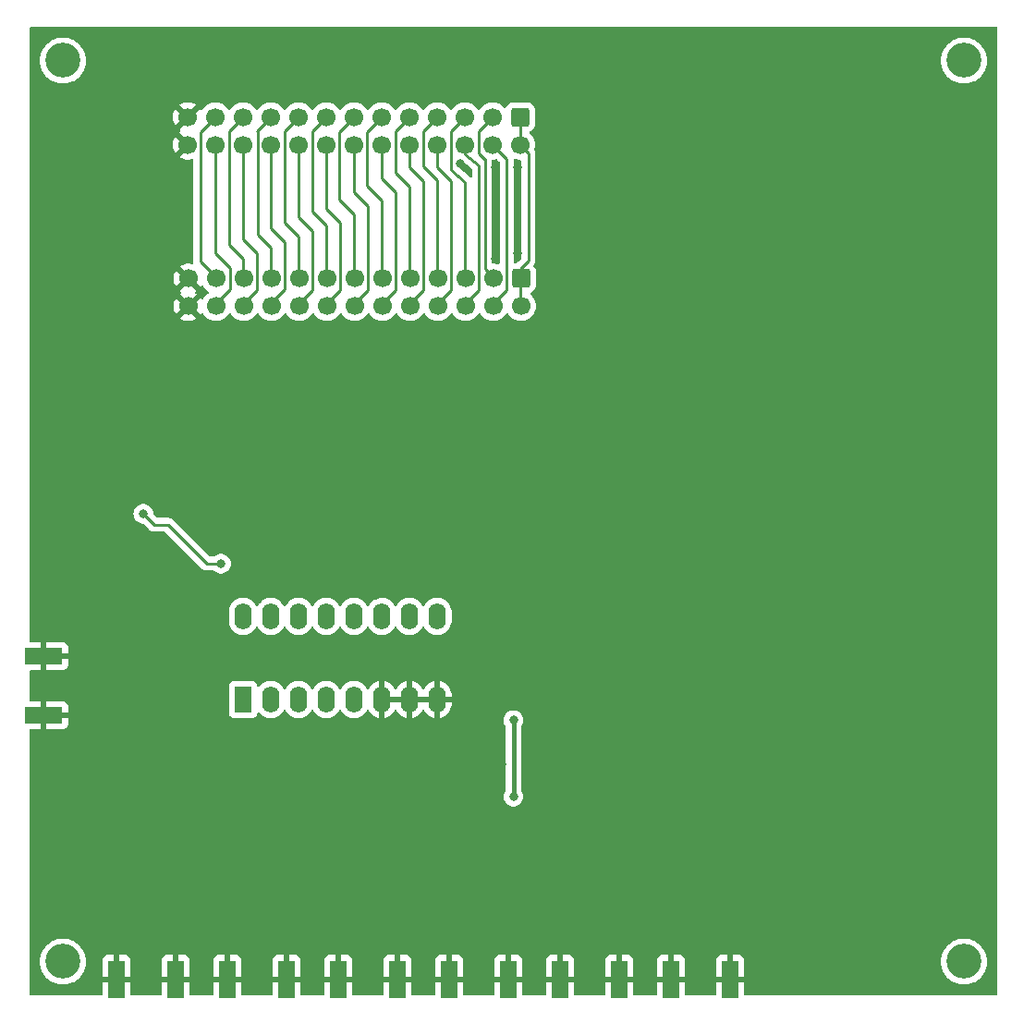
<source format=gbr>
%TF.GenerationSoftware,KiCad,Pcbnew,8.0.3*%
%TF.CreationDate,2024-06-20T11:56:58+02:00*%
%TF.ProjectId,Mux Brd V1,4d757820-4272-4642-9056-312e6b696361,rev?*%
%TF.SameCoordinates,Original*%
%TF.FileFunction,Copper,L2,Bot*%
%TF.FilePolarity,Positive*%
%FSLAX46Y46*%
G04 Gerber Fmt 4.6, Leading zero omitted, Abs format (unit mm)*
G04 Created by KiCad (PCBNEW 8.0.3) date 2024-06-20 11:56:58*
%MOMM*%
%LPD*%
G01*
G04 APERTURE LIST*
G04 Aperture macros list*
%AMRoundRect*
0 Rectangle with rounded corners*
0 $1 Rounding radius*
0 $2 $3 $4 $5 $6 $7 $8 $9 X,Y pos of 4 corners*
0 Add a 4 corners polygon primitive as box body*
4,1,4,$2,$3,$4,$5,$6,$7,$8,$9,$2,$3,0*
0 Add four circle primitives for the rounded corners*
1,1,$1+$1,$2,$3*
1,1,$1+$1,$4,$5*
1,1,$1+$1,$6,$7*
1,1,$1+$1,$8,$9*
0 Add four rect primitives between the rounded corners*
20,1,$1+$1,$2,$3,$4,$5,0*
20,1,$1+$1,$4,$5,$6,$7,0*
20,1,$1+$1,$6,$7,$8,$9,0*
20,1,$1+$1,$8,$9,$2,$3,0*%
G04 Aperture macros list end*
%TA.AperFunction,ComponentPad*%
%ADD10R,1.600000X2.400000*%
%TD*%
%TA.AperFunction,ComponentPad*%
%ADD11O,1.600000X2.400000*%
%TD*%
%TA.AperFunction,ComponentPad*%
%ADD12C,3.200000*%
%TD*%
%TA.AperFunction,ComponentPad*%
%ADD13RoundRect,0.250000X-0.600000X0.600000X-0.600000X-0.600000X0.600000X-0.600000X0.600000X0.600000X0*%
%TD*%
%TA.AperFunction,ComponentPad*%
%ADD14C,1.700000*%
%TD*%
%TA.AperFunction,SMDPad,CuDef*%
%ADD15R,3.500000X1.500000*%
%TD*%
%TA.AperFunction,SMDPad,CuDef*%
%ADD16R,1.500000X3.500000*%
%TD*%
%TA.AperFunction,ViaPad*%
%ADD17C,0.800000*%
%TD*%
%TA.AperFunction,Conductor*%
%ADD18C,0.250000*%
%TD*%
%TA.AperFunction,Conductor*%
%ADD19C,0.440000*%
%TD*%
G04 APERTURE END LIST*
D10*
%TO.P,U1,1*%
%TO.N,Net-(R5-Pad1)*%
X46990000Y-90170000D03*
D11*
%TO.P,U1,2*%
%TO.N,N/C*%
X49530000Y-90170000D03*
%TO.P,U1,3*%
%TO.N,Net-(RP-Out-1-Pad1)*%
X52070000Y-90170000D03*
%TO.P,U1,4*%
%TO.N,N/C*%
X54610000Y-90170000D03*
%TO.P,U1,5*%
%TO.N,Net-(R6-Pad1)*%
X57150000Y-90170000D03*
%TO.P,U1,6*%
%TO.N,GND*%
X59690000Y-90170000D03*
%TO.P,U1,7*%
X62230000Y-90170000D03*
%TO.P,U1,8*%
X64770000Y-90170000D03*
%TO.P,U1,9*%
%TO.N,MUX_S2-RP*%
X64770000Y-82550000D03*
%TO.P,U1,10*%
%TO.N,MUX_S1-RP*%
X62230000Y-82550000D03*
%TO.P,U1,11*%
%TO.N,MUX_S0-RP*%
X59690000Y-82550000D03*
%TO.P,U1,12*%
%TO.N,Net-(R4-Pad1)*%
X57150000Y-82550000D03*
%TO.P,U1,13*%
%TO.N,Net-(R1-Pad1)*%
X54610000Y-82550000D03*
%TO.P,U1,14*%
%TO.N,Net-(R2-Pad1)*%
X52070000Y-82550000D03*
%TO.P,U1,15*%
%TO.N,Net-(R3-Pad1)*%
X49530000Y-82550000D03*
%TO.P,U1,16*%
%TO.N,+3V3*%
X46990000Y-82550000D03*
%TD*%
D12*
%TO.P,H1,1*%
%TO.N,N/C*%
X30480000Y-31623000D03*
%TD*%
%TO.P,H2,1*%
%TO.N,N/C*%
X113030000Y-31623000D03*
%TD*%
%TO.P,H3,1*%
%TO.N,N/C*%
X113030000Y-114173000D03*
%TD*%
%TO.P,H4,1*%
%TO.N,N/C*%
X30480000Y-114173000D03*
%TD*%
D13*
%TO.P,J-RP-Ext1-1,1*%
%TO.N,3.3V-RP*%
X72390000Y-36804600D03*
D14*
%TO.P,J-RP-Ext1-1,2*%
X72390000Y-39344600D03*
%TO.P,J-RP-Ext1-1,3*%
%TO.N,/RP_EXT1_3*%
X69850000Y-36804600D03*
%TO.P,J-RP-Ext1-1,4*%
%TO.N,MUX_S0-RP*%
X69850000Y-39344600D03*
%TO.P,J-RP-Ext1-1,5*%
%TO.N,MUX_S1-RP*%
X67310000Y-36804600D03*
%TO.P,J-RP-Ext1-1,6*%
%TO.N,MUX_S2-RP*%
X67310000Y-39344600D03*
%TO.P,J-RP-Ext1-1,7*%
%TO.N,/RP_EXT1_7*%
X64770000Y-36804600D03*
%TO.P,J-RP-Ext1-1,8*%
%TO.N,/RP_EXT1_8*%
X64770000Y-39344600D03*
%TO.P,J-RP-Ext1-1,9*%
%TO.N,/RP_EXT1_9*%
X62230000Y-36804600D03*
%TO.P,J-RP-Ext1-1,10*%
%TO.N,/RP_EXT1_10*%
X62230000Y-39344600D03*
%TO.P,J-RP-Ext1-1,11*%
%TO.N,/RP_EXT1_11*%
X59690000Y-36804600D03*
%TO.P,J-RP-Ext1-1,12*%
%TO.N,/RP_EXT1_12*%
X59690000Y-39344600D03*
%TO.P,J-RP-Ext1-1,13*%
%TO.N,/RP_EXT1_13*%
X57150000Y-36804600D03*
%TO.P,J-RP-Ext1-1,14*%
%TO.N,/RP_EXT1_14*%
X57150000Y-39344600D03*
%TO.P,J-RP-Ext1-1,15*%
%TO.N,/RP_EXT1_15*%
X54610000Y-36804600D03*
%TO.P,J-RP-Ext1-1,16*%
%TO.N,/RP_EXT1_16*%
X54610000Y-39344600D03*
%TO.P,J-RP-Ext1-1,17*%
%TO.N,/RP_EXT1_17*%
X52070000Y-36804600D03*
%TO.P,J-RP-Ext1-1,18*%
%TO.N,/RP_EXT1_18*%
X52070000Y-39344600D03*
%TO.P,J-RP-Ext1-1,19*%
%TO.N,/RP_EXT1_19*%
X49530000Y-36804600D03*
%TO.P,J-RP-Ext1-1,20*%
%TO.N,/RP_EXT1_20*%
X49530000Y-39344600D03*
%TO.P,J-RP-Ext1-1,21*%
%TO.N,/RP_EXT1_21*%
X46990000Y-36804600D03*
%TO.P,J-RP-Ext1-1,22*%
%TO.N,/RP_EXT1_22*%
X46990000Y-39344600D03*
%TO.P,J-RP-Ext1-1,23*%
%TO.N,/RP_EXT1_23*%
X44450000Y-36804600D03*
%TO.P,J-RP-Ext1-1,24*%
%TO.N,/RP_EXT1_24*%
X44450000Y-39344600D03*
%TO.P,J-RP-Ext1-1,25*%
%TO.N,GND*%
X41910000Y-36804600D03*
%TO.P,J-RP-Ext1-1,26*%
X41910000Y-39344600D03*
%TD*%
D13*
%TO.P,J-RP-Ext1-2,1*%
%TO.N,3.3V-RP*%
X72440800Y-51587400D03*
D14*
%TO.P,J-RP-Ext1-2,2*%
X72440800Y-54127400D03*
%TO.P,J-RP-Ext1-2,3*%
%TO.N,/RP_EXT1_3*%
X69900800Y-51587400D03*
%TO.P,J-RP-Ext1-2,4*%
%TO.N,MUX_S0-RP*%
X69900800Y-54127400D03*
%TO.P,J-RP-Ext1-2,5*%
%TO.N,MUX_S1-RP*%
X67360800Y-51587400D03*
%TO.P,J-RP-Ext1-2,6*%
%TO.N,MUX_S2-RP*%
X67360800Y-54127400D03*
%TO.P,J-RP-Ext1-2,7*%
%TO.N,/RP_EXT1_7*%
X64820800Y-51587400D03*
%TO.P,J-RP-Ext1-2,8*%
%TO.N,/RP_EXT1_8*%
X64820800Y-54127400D03*
%TO.P,J-RP-Ext1-2,9*%
%TO.N,/RP_EXT1_9*%
X62280800Y-51587400D03*
%TO.P,J-RP-Ext1-2,10*%
%TO.N,/RP_EXT1_10*%
X62280800Y-54127400D03*
%TO.P,J-RP-Ext1-2,11*%
%TO.N,/RP_EXT1_11*%
X59740800Y-51587400D03*
%TO.P,J-RP-Ext1-2,12*%
%TO.N,/RP_EXT1_12*%
X59740800Y-54127400D03*
%TO.P,J-RP-Ext1-2,13*%
%TO.N,/RP_EXT1_13*%
X57200800Y-51587400D03*
%TO.P,J-RP-Ext1-2,14*%
%TO.N,/RP_EXT1_14*%
X57200800Y-54127400D03*
%TO.P,J-RP-Ext1-2,15*%
%TO.N,/RP_EXT1_15*%
X54660800Y-51587400D03*
%TO.P,J-RP-Ext1-2,16*%
%TO.N,/RP_EXT1_16*%
X54660800Y-54127400D03*
%TO.P,J-RP-Ext1-2,17*%
%TO.N,/RP_EXT1_17*%
X52120800Y-51587400D03*
%TO.P,J-RP-Ext1-2,18*%
%TO.N,/RP_EXT1_18*%
X52120800Y-54127400D03*
%TO.P,J-RP-Ext1-2,19*%
%TO.N,/RP_EXT1_19*%
X49580800Y-51587400D03*
%TO.P,J-RP-Ext1-2,20*%
%TO.N,/RP_EXT1_20*%
X49580800Y-54127400D03*
%TO.P,J-RP-Ext1-2,21*%
%TO.N,/RP_EXT1_21*%
X47040800Y-51587400D03*
%TO.P,J-RP-Ext1-2,22*%
%TO.N,/RP_EXT1_22*%
X47040800Y-54127400D03*
%TO.P,J-RP-Ext1-2,23*%
%TO.N,/RP_EXT1_23*%
X44500800Y-51587400D03*
%TO.P,J-RP-Ext1-2,24*%
%TO.N,/RP_EXT1_24*%
X44500800Y-54127400D03*
%TO.P,J-RP-Ext1-2,25*%
%TO.N,GND*%
X41960800Y-51587400D03*
%TO.P,J-RP-Ext1-2,26*%
X41960800Y-54127400D03*
%TD*%
D15*
%TO.P,RP-Out-1,2*%
%TO.N,GND*%
X28702000Y-86200000D03*
X28702000Y-91600000D03*
%TD*%
D16*
%TO.P,SiPM-In-1,2*%
%TO.N,GND*%
X35400000Y-115824000D03*
X40800000Y-115824000D03*
%TD*%
%TO.P,SiPM-In-2,2*%
%TO.N,GND*%
X45560000Y-115824000D03*
X50960000Y-115824000D03*
%TD*%
%TO.P,SiPM-In-3,2*%
%TO.N,GND*%
X55720000Y-115824000D03*
X61120000Y-115824000D03*
%TD*%
%TO.P,SiPM-In-4,2*%
%TO.N,GND*%
X65880000Y-115824000D03*
X71280000Y-115824000D03*
%TD*%
%TO.P,SiPM-In-5,2*%
%TO.N,GND*%
X76040000Y-115824000D03*
X81440000Y-115824000D03*
%TD*%
%TO.P,SiPM-In-6,2*%
%TO.N,GND*%
X86200000Y-115824000D03*
X91600000Y-115824000D03*
%TD*%
D17*
%TO.N,+3V3*%
X37846000Y-73152000D03*
X44958000Y-77724000D03*
%TO.N,GND*%
X43180000Y-81915000D03*
X59245500Y-74168000D03*
X53975000Y-93980000D03*
X40640000Y-112395000D03*
X45720000Y-112395000D03*
X50800000Y-112395000D03*
X55880000Y-112395000D03*
X60960000Y-112395000D03*
X66040000Y-112395000D03*
X71120000Y-112395000D03*
X76200000Y-112395000D03*
X81280000Y-112395000D03*
X86360000Y-112395000D03*
X91440000Y-112395000D03*
X31750000Y-91440000D03*
X32575500Y-86169500D03*
X37846000Y-101282500D03*
X77851000Y-109220000D03*
X114935000Y-34163000D03*
X70929500Y-85915500D03*
X86995000Y-96329500D03*
X43180000Y-115316000D03*
X64516000Y-96075500D03*
X37846000Y-82677000D03*
X72961500Y-88074500D03*
X68707000Y-87439500D03*
X58610500Y-70675500D03*
X82296000Y-81089500D03*
X31813500Y-89979500D03*
X87985600Y-78689200D03*
X68834000Y-94996000D03*
X58420000Y-84836000D03*
X44958000Y-81534000D03*
X36004500Y-84328000D03*
X52768500Y-98234500D03*
X49149000Y-106045000D03*
X75755500Y-101536500D03*
X56007000Y-86423500D03*
X79883000Y-52832000D03*
X49047400Y-72110600D03*
X73533000Y-98234500D03*
X46990000Y-57023000D03*
X70104000Y-49784000D03*
X70104000Y-41402000D03*
X52768500Y-86741000D03*
X69596000Y-104775000D03*
X42672000Y-99631500D03*
X42799000Y-71374000D03*
X67310000Y-100965000D03*
X77851000Y-99060000D03*
X53594000Y-76517500D03*
X40513000Y-97409000D03*
X41148000Y-76987400D03*
X50673000Y-84645500D03*
X114935000Y-72898000D03*
X53086000Y-71183500D03*
X76454000Y-94996000D03*
X66230500Y-80264000D03*
X87693500Y-110426500D03*
X35750500Y-107823000D03*
X66878200Y-41097200D03*
X47942500Y-85090000D03*
X40005000Y-91440000D03*
X70167500Y-102235000D03*
X41910000Y-43724999D03*
X32639000Y-83820000D03*
X36830000Y-109347000D03*
X54038500Y-96012000D03*
X86296500Y-98615500D03*
X72834500Y-81153000D03*
X50038000Y-100584000D03*
X63119000Y-87439500D03*
X53149500Y-78613000D03*
X35750500Y-105410000D03*
X37909500Y-95186500D03*
X78676500Y-111442500D03*
X67500500Y-108585000D03*
X66675000Y-57023000D03*
X49276000Y-110998000D03*
X37719000Y-74930000D03*
X34734500Y-80899000D03*
X56896000Y-80073500D03*
X66611500Y-92329000D03*
X48133000Y-69786500D03*
X38163500Y-98361500D03*
X85090000Y-59563000D03*
X50546000Y-68961000D03*
X60325000Y-87376000D03*
X42227500Y-78613000D03*
X49276000Y-108712000D03*
X47307500Y-104203500D03*
X41579800Y-73964800D03*
X57658000Y-108267500D03*
X66167000Y-87439500D03*
X59563000Y-110172500D03*
X75755500Y-104711500D03*
X52959000Y-106489500D03*
X115011200Y-110845600D03*
X53086000Y-68961000D03*
X59118500Y-72390000D03*
X42989500Y-75247500D03*
X75628500Y-92964000D03*
X68580000Y-83312000D03*
X54991000Y-108521500D03*
X37846000Y-106616500D03*
X47320200Y-73329800D03*
X56832500Y-72072500D03*
X33655000Y-78994000D03*
X57340500Y-110934500D03*
X57785000Y-57023000D03*
X45720000Y-71374000D03*
X75755500Y-98996500D03*
X35560000Y-112395010D03*
X59118500Y-96075500D03*
X49720500Y-86423500D03*
X43307000Y-87312500D03*
X44450000Y-79756000D03*
X42164000Y-102044500D03*
X34671000Y-83566000D03*
X63563500Y-92329000D03*
X87820500Y-101727000D03*
X53276500Y-80962500D03*
X79438500Y-95123000D03*
X58166000Y-78613000D03*
X33845500Y-88900000D03*
X36195000Y-36703000D03*
X46101000Y-75247500D03*
X36004500Y-87122000D03*
X40005000Y-87503000D03*
X68770500Y-92710000D03*
X59690000Y-92329000D03*
X50800000Y-81153000D03*
X67246500Y-85280500D03*
X37846000Y-103822500D03*
X59626500Y-98234500D03*
X50673000Y-104203500D03*
X39052500Y-108648500D03*
X68580000Y-99695000D03*
X44894500Y-101981000D03*
X67500500Y-110490000D03*
X59182000Y-80645000D03*
X87820500Y-107442000D03*
X48323500Y-81026000D03*
X42926000Y-96583500D03*
X40322500Y-80518000D03*
X40005000Y-84137500D03*
X35750500Y-94488000D03*
X66738500Y-98234500D03*
X63436500Y-98234500D03*
X72961500Y-94996000D03*
X46355000Y-96837500D03*
X72136000Y-41402000D03*
X56070500Y-98234500D03*
X44767500Y-94869000D03*
X69977000Y-98234500D03*
X44831000Y-89154000D03*
X74549000Y-42062400D03*
X70675500Y-96075500D03*
X55118000Y-71247000D03*
X90170000Y-70535800D03*
X37084000Y-111569500D03*
X54737000Y-84709000D03*
X84455000Y-50673000D03*
X82550000Y-95059500D03*
X50165000Y-77470000D03*
X28575000Y-34163000D03*
X89979500Y-104521000D03*
X55626000Y-68897500D03*
X44831000Y-92329000D03*
X70421500Y-92964000D03*
X56451500Y-96012000D03*
X74701400Y-46888400D03*
X90170000Y-62738000D03*
X54038500Y-104648000D03*
X35750500Y-102362000D03*
X63436500Y-84201000D03*
X60134500Y-94361000D03*
X39243000Y-78803500D03*
X57785000Y-87439500D03*
X72136000Y-49276000D03*
X40513000Y-100393500D03*
X46863000Y-100393500D03*
X37909500Y-84772500D03*
X44297600Y-73355200D03*
X46926500Y-106743500D03*
X77851000Y-101600000D03*
X93980000Y-115570000D03*
X69151500Y-76517500D03*
X63246000Y-94361000D03*
X75755500Y-107886500D03*
X43688000Y-103568500D03*
X47371000Y-77279500D03*
X39179500Y-111442500D03*
X68580000Y-32258000D03*
X51435000Y-95885000D03*
X60960000Y-79565500D03*
X46037500Y-93789500D03*
X35750500Y-98552000D03*
X77279500Y-96647000D03*
X46990000Y-32258000D03*
X35814000Y-81661000D03*
X42799000Y-93472000D03*
X34671000Y-86169500D03*
X40005000Y-94488000D03*
X48133000Y-98742500D03*
X89281000Y-98488500D03*
X50673000Y-88138000D03*
X85369400Y-71424800D03*
X67500500Y-96075500D03*
X45212000Y-105092500D03*
X63500000Y-115570000D03*
X32639000Y-81280000D03*
X79375000Y-44323000D03*
X67500500Y-106045000D03*
X63500000Y-78422500D03*
X66421000Y-94361000D03*
X39827200Y-75692000D03*
X54927500Y-73596500D03*
X74041000Y-96075500D03*
X57785000Y-32258000D03*
X70421500Y-94996000D03*
X85280500Y-94488000D03*
X73596500Y-92964000D03*
X83883500Y-93154500D03*
X84264500Y-96583500D03*
X89979500Y-107569000D03*
X47752000Y-95567500D03*
X83820000Y-115570000D03*
X28448000Y-111150400D03*
X36639500Y-78676500D03*
X61595000Y-96075500D03*
X70612000Y-90932000D03*
X87820500Y-104267000D03*
X28575000Y-72898000D03*
X82613500Y-76454000D03*
X51943000Y-102552500D03*
X46990000Y-87376000D03*
X54483000Y-87947500D03*
X49466500Y-97282000D03*
X53340000Y-115570000D03*
X37846000Y-80518000D03*
X38163500Y-77279500D03*
X77851000Y-104140000D03*
X89916000Y-110490000D03*
X72961500Y-90360500D03*
X89979500Y-101473000D03*
X37909500Y-87376000D03*
X42799000Y-90551000D03*
X63119000Y-76454000D03*
X39624000Y-73025000D03*
X73660000Y-115570000D03*
X69596000Y-110490000D03*
X50673000Y-71247000D03*
X68516500Y-81280000D03*
X57340500Y-69405500D03*
X37909500Y-91630500D03*
X52070000Y-76009500D03*
X75755500Y-110426500D03*
X44831000Y-98361500D03*
X70612000Y-88900000D03*
X35750500Y-90678000D03*
X68961000Y-85217000D03*
X35687000Y-76962000D03*
X69596000Y-107950000D03*
X48514000Y-92456000D03*
X49657000Y-75082400D03*
X77851000Y-106680000D03*
X78168500Y-92964000D03*
X33020000Y-115570000D03*
X63500000Y-80899000D03*
X47244000Y-110045500D03*
X75819000Y-76517500D03*
X67500500Y-103505000D03*
X48641000Y-102171500D03*
X71691500Y-100584000D03*
X55753000Y-106362500D03*
X80962500Y-92964000D03*
%TO.N,Net-(R4-Pad1)*%
X71755000Y-99060000D03*
X71755000Y-92075000D03*
%TD*%
D18*
%TO.N,3.3V-RP*%
X72390000Y-51435000D02*
X72390000Y-50698400D01*
X73115001Y-40095001D02*
X72390000Y-39370000D01*
X73115001Y-49973399D02*
X73115001Y-40095001D01*
X72390000Y-50698400D02*
X73115001Y-49973399D01*
X72390000Y-53975000D02*
X72390000Y-51435000D01*
X72390000Y-39370000D02*
X72390000Y-36830000D01*
%TO.N,+3V3*%
X38862000Y-74168000D02*
X37846000Y-73152000D01*
X44958000Y-77724000D02*
X43688000Y-77724000D01*
X43688000Y-77724000D02*
X40132000Y-74168000D01*
X40132000Y-74168000D02*
X38862000Y-74168000D01*
%TO.N,MUX_S0-RP*%
X71120000Y-52705000D02*
X69850000Y-53975000D01*
X69850000Y-39370000D02*
X71120000Y-40640000D01*
X71120000Y-40640000D02*
X71120000Y-52705000D01*
%TO.N,MUX_S1-RP*%
X66040000Y-38100000D02*
X67310000Y-36830000D01*
X67310000Y-36830000D02*
X66802000Y-37338000D01*
X66065400Y-41681400D02*
X66040000Y-38100000D01*
X67310000Y-51435000D02*
X67310000Y-42773600D01*
X67310000Y-42773600D02*
X66065400Y-41681400D01*
%TO.N,MUX_S2-RP*%
X67310000Y-40208200D02*
X67310000Y-39370000D01*
X68580000Y-52705000D02*
X68605400Y-41249600D01*
X67310000Y-53975000D02*
X68580000Y-52705000D01*
X68605400Y-41249600D02*
X67310000Y-40208200D01*
%TO.N,/RP_EXT1_3*%
X69850000Y-36830000D02*
X68580000Y-38100000D01*
X69124999Y-50709999D02*
X69850000Y-51435000D01*
X69124999Y-40640000D02*
X69124999Y-50709999D01*
X68580000Y-40132000D02*
X69088000Y-40640000D01*
X68580000Y-38100000D02*
X68580000Y-40132000D01*
%TO.N,/RP_EXT1_24*%
X45814999Y-50640999D02*
X45814999Y-52610001D01*
X44450000Y-49276000D02*
X45814999Y-50640999D01*
X45814999Y-52610001D02*
X44450000Y-53975000D01*
X44450000Y-39370000D02*
X44450000Y-49276000D01*
%TO.N,/RP_EXT1_22*%
X48260000Y-52705000D02*
X46990000Y-53975000D01*
X46990000Y-39370000D02*
X46990000Y-48006000D01*
X48260000Y-49276000D02*
X48260000Y-52705000D01*
X46990000Y-48006000D02*
X48260000Y-49276000D01*
%TO.N,/RP_EXT1_20*%
X50800000Y-48260000D02*
X49530000Y-46990000D01*
X50800000Y-52578000D02*
X50800000Y-48260000D01*
X49530000Y-53975000D02*
X49530000Y-53848000D01*
X49530000Y-46990000D02*
X49530000Y-39370000D01*
X49530000Y-53848000D02*
X50800000Y-52578000D01*
%TO.N,/RP_EXT1_18*%
X53340000Y-47244000D02*
X53340000Y-52705000D01*
X53340000Y-52705000D02*
X52070000Y-53975000D01*
X52070000Y-39370000D02*
X52070000Y-45974000D01*
X52070000Y-45974000D02*
X53340000Y-47244000D01*
%TO.N,/RP_EXT1_16*%
X54610000Y-53912002D02*
X54610000Y-53975000D01*
X55880000Y-46482000D02*
X55880000Y-52642002D01*
X55880000Y-52642002D02*
X54610000Y-53912002D01*
X54610000Y-45212000D02*
X55880000Y-46482000D01*
X54610000Y-39370000D02*
X54610000Y-45212000D01*
%TO.N,/RP_EXT1_14*%
X58420000Y-52705000D02*
X57150000Y-53975000D01*
X57150000Y-43688000D02*
X58420000Y-44958000D01*
X58420000Y-44958000D02*
X58420000Y-52705000D01*
X57150000Y-39370000D02*
X57150000Y-43688000D01*
%TO.N,/RP_EXT1_12*%
X60960000Y-43688000D02*
X60960000Y-52705000D01*
X60960000Y-52705000D02*
X59690000Y-53975000D01*
X59690000Y-39370000D02*
X59690000Y-42418000D01*
X59690000Y-42418000D02*
X60960000Y-43688000D01*
%TO.N,/RP_EXT1_10*%
X63500000Y-52705000D02*
X62230000Y-53975000D01*
X62230000Y-41402000D02*
X63500000Y-42672000D01*
X62230000Y-39370000D02*
X62230000Y-41402000D01*
X63500000Y-42672000D02*
X63500000Y-52705000D01*
%TO.N,/RP_EXT1_8*%
X66040000Y-42672000D02*
X66040000Y-52705000D01*
X66040000Y-52705000D02*
X64770000Y-53975000D01*
X64770000Y-41402000D02*
X66040000Y-42672000D01*
X64770000Y-39370000D02*
X64770000Y-41402000D01*
%TO.N,/RP_EXT1_23*%
X43085001Y-38194999D02*
X43085001Y-50070001D01*
X44450000Y-36830000D02*
X43085001Y-38194999D01*
X43085001Y-50070001D02*
X44450000Y-51435000D01*
%TO.N,/RP_EXT1_21*%
X46990000Y-36830000D02*
X45720000Y-38100000D01*
X45720000Y-38100000D02*
X45720000Y-48514000D01*
X46990000Y-49784000D02*
X46990000Y-51435000D01*
X45720000Y-48514000D02*
X46990000Y-49784000D01*
%TO.N,/RP_EXT1_19*%
X49530000Y-48768000D02*
X49530000Y-51435000D01*
X48260000Y-38100000D02*
X48354999Y-38194999D01*
X48354999Y-38194999D02*
X48354999Y-47592999D01*
X49530000Y-36830000D02*
X48260000Y-38100000D01*
X48354999Y-47592999D02*
X49530000Y-48768000D01*
%TO.N,/RP_EXT1_17*%
X50800000Y-46482000D02*
X52070000Y-47752000D01*
X52070000Y-36830000D02*
X50800000Y-38100000D01*
X52070000Y-47752000D02*
X52070000Y-51435000D01*
X50800000Y-38100000D02*
X50800000Y-46482000D01*
%TO.N,/RP_EXT1_15*%
X54610000Y-46736000D02*
X54610000Y-51435000D01*
X53340000Y-45466000D02*
X54610000Y-46736000D01*
X53340000Y-38100000D02*
X53340000Y-45466000D01*
X54610000Y-36830000D02*
X53340000Y-38100000D01*
%TO.N,/RP_EXT1_13*%
X55785001Y-44355001D02*
X57150000Y-45720000D01*
X57150000Y-45720000D02*
X57150000Y-51435000D01*
X57150000Y-36830000D02*
X55785001Y-38194999D01*
X55785001Y-38194999D02*
X55785001Y-44355001D01*
%TO.N,/RP_EXT1_11*%
X59690000Y-36830000D02*
X58325001Y-38194999D01*
X58325001Y-43085001D02*
X59690000Y-44450000D01*
X59690000Y-44450000D02*
X59690000Y-51435000D01*
X58325001Y-38194999D02*
X58325001Y-43085001D01*
%TO.N,/RP_EXT1_9*%
X62230000Y-36830000D02*
X60960000Y-38100000D01*
X60960000Y-41910000D02*
X62230000Y-43180000D01*
X60960000Y-38100000D02*
X60960000Y-41910000D01*
X62230000Y-43180000D02*
X62230000Y-51435000D01*
%TO.N,/RP_EXT1_7*%
X63500000Y-41303501D02*
X64770000Y-42573501D01*
X64770000Y-36830000D02*
X63500000Y-38100000D01*
X64770000Y-42573501D02*
X64770000Y-51435000D01*
X63500000Y-38100000D02*
X63500000Y-41303501D01*
D19*
%TO.N,Net-(R4-Pad1)*%
X71755000Y-92075000D02*
X71755000Y-99060000D01*
%TD*%
%TA.AperFunction,Conductor*%
%TO.N,GND*%
G36*
X61909920Y-89924394D02*
G01*
X61857259Y-90015606D01*
X61830000Y-90117339D01*
X61830000Y-90222661D01*
X61857259Y-90324394D01*
X61909920Y-90415606D01*
X61918314Y-90424000D01*
X60001686Y-90424000D01*
X60010080Y-90415606D01*
X60062741Y-90324394D01*
X60090000Y-90222661D01*
X60090000Y-90117339D01*
X60062741Y-90015606D01*
X60010080Y-89924394D01*
X60001686Y-89916000D01*
X61918314Y-89916000D01*
X61909920Y-89924394D01*
G37*
%TD.AperFunction*%
%TA.AperFunction,Conductor*%
G36*
X64449920Y-89924394D02*
G01*
X64397259Y-90015606D01*
X64370000Y-90117339D01*
X64370000Y-90222661D01*
X64397259Y-90324394D01*
X64449920Y-90415606D01*
X64458314Y-90424000D01*
X62541686Y-90424000D01*
X62550080Y-90415606D01*
X62602741Y-90324394D01*
X62630000Y-90222661D01*
X62630000Y-90117339D01*
X62602741Y-90015606D01*
X62550080Y-89924394D01*
X62541686Y-89916000D01*
X64458314Y-89916000D01*
X64449920Y-89924394D01*
G37*
%TD.AperFunction*%
%TA.AperFunction,Conductor*%
G36*
X43083876Y-52351266D02*
G01*
X43083878Y-52351266D01*
X43125017Y-52288299D01*
X43179021Y-52242210D01*
X43249368Y-52232635D01*
X43313726Y-52262612D01*
X43335983Y-52288298D01*
X43425079Y-52424670D01*
X43577562Y-52590308D01*
X43632131Y-52632781D01*
X43755224Y-52728589D01*
X43788478Y-52746585D01*
X43788480Y-52746586D01*
X43838871Y-52796600D01*
X43854223Y-52865916D01*
X43829662Y-52932529D01*
X43788480Y-52968214D01*
X43755226Y-52986210D01*
X43755224Y-52986211D01*
X43577562Y-53124491D01*
X43425079Y-53290129D01*
X43335983Y-53426501D01*
X43281979Y-53472589D01*
X43211631Y-53482164D01*
X43147274Y-53452186D01*
X43125017Y-53426500D01*
X43083878Y-53363532D01*
X42444957Y-54002451D01*
X42426725Y-53934407D01*
X42360899Y-53820393D01*
X42267807Y-53727301D01*
X42153793Y-53661475D01*
X42085747Y-53643241D01*
X42726488Y-53002500D01*
X42726487Y-53002499D01*
X42706108Y-52986637D01*
X42706098Y-52986631D01*
X42672067Y-52968214D01*
X42621676Y-52918201D01*
X42606324Y-52848884D01*
X42630885Y-52782271D01*
X42672068Y-52746586D01*
X42706094Y-52728172D01*
X42706098Y-52728169D01*
X42726488Y-52712298D01*
X42085747Y-52071557D01*
X42153793Y-52053325D01*
X42267807Y-51987499D01*
X42360899Y-51894407D01*
X42426725Y-51780393D01*
X42444957Y-51712347D01*
X43083876Y-52351266D01*
G37*
%TD.AperFunction*%
%TA.AperFunction,Conductor*%
G36*
X70247284Y-40675869D02*
G01*
X70286634Y-40702538D01*
X70449595Y-40865499D01*
X70483621Y-40927811D01*
X70486500Y-40954594D01*
X70486500Y-50175672D01*
X70466498Y-50243793D01*
X70412842Y-50290286D01*
X70342568Y-50300390D01*
X70319589Y-50294845D01*
X70235443Y-50265958D01*
X70235436Y-50265956D01*
X70235435Y-50265956D01*
X70235432Y-50265955D01*
X70235430Y-50265955D01*
X70168496Y-50254786D01*
X70013369Y-50228900D01*
X69884499Y-50228900D01*
X69816378Y-50208898D01*
X69769885Y-50155242D01*
X69758499Y-50102900D01*
X69758499Y-40829100D01*
X69778501Y-40760979D01*
X69832157Y-40714486D01*
X69884499Y-40703100D01*
X69962564Y-40703100D01*
X69962569Y-40703100D01*
X70176801Y-40667351D01*
X70247284Y-40675869D01*
G37*
%TD.AperFunction*%
%TA.AperFunction,Conductor*%
G36*
X71920406Y-40619712D02*
G01*
X72055365Y-40666044D01*
X72277431Y-40703100D01*
X72355501Y-40703100D01*
X72423622Y-40723102D01*
X72470115Y-40776758D01*
X72481501Y-40829100D01*
X72481501Y-49658805D01*
X72461499Y-49726926D01*
X72444600Y-49747895D01*
X72184889Y-50007607D01*
X72000500Y-50191996D01*
X71938188Y-50226021D01*
X71911405Y-50228900D01*
X71879500Y-50228900D01*
X71811379Y-50208898D01*
X71764886Y-50155242D01*
X71753500Y-50102900D01*
X71753500Y-40738887D01*
X71773502Y-40670766D01*
X71827158Y-40624273D01*
X71897432Y-40614169D01*
X71920406Y-40619712D01*
G37*
%TD.AperFunction*%
%TA.AperFunction,Conductor*%
G36*
X66900438Y-40695090D02*
G01*
X66905048Y-40699352D01*
X66906163Y-40700267D01*
X66906167Y-40700271D01*
X66906170Y-40700273D01*
X66906175Y-40700277D01*
X66930218Y-40716342D01*
X66939163Y-40722906D01*
X67924037Y-41514668D01*
X67964596Y-41572938D01*
X67971091Y-41613148D01*
X67969720Y-42231768D01*
X67949567Y-42299844D01*
X67895808Y-42346218D01*
X67825512Y-42356166D01*
X67760997Y-42326530D01*
X67760615Y-42326196D01*
X67746436Y-42313754D01*
X67740459Y-42308155D01*
X67713833Y-42281529D01*
X67703444Y-42274587D01*
X67690342Y-42264529D01*
X66739356Y-41429991D01*
X66701348Y-41370025D01*
X66696467Y-41336180D01*
X66695073Y-41139596D01*
X66692606Y-40791789D01*
X66712125Y-40723530D01*
X66765449Y-40676657D01*
X66835650Y-40666055D01*
X66900438Y-40695090D01*
G37*
%TD.AperFunction*%
%TA.AperFunction,Conductor*%
G36*
X116046621Y-28568502D02*
G01*
X116093114Y-28622158D01*
X116104500Y-28674500D01*
X116104500Y-117121500D01*
X116084498Y-117189621D01*
X116030842Y-117236114D01*
X115978500Y-117247500D01*
X92984000Y-117247500D01*
X92915879Y-117227498D01*
X92869386Y-117173842D01*
X92858000Y-117121500D01*
X92858000Y-116078000D01*
X90342000Y-116078000D01*
X90342000Y-117121500D01*
X90321998Y-117189621D01*
X90268342Y-117236114D01*
X90216000Y-117247500D01*
X87584000Y-117247500D01*
X87515879Y-117227498D01*
X87469386Y-117173842D01*
X87458000Y-117121500D01*
X87458000Y-116078000D01*
X84942000Y-116078000D01*
X84942000Y-117121500D01*
X84921998Y-117189621D01*
X84868342Y-117236114D01*
X84816000Y-117247500D01*
X82824000Y-117247500D01*
X82755879Y-117227498D01*
X82709386Y-117173842D01*
X82698000Y-117121500D01*
X82698000Y-116078000D01*
X80182000Y-116078000D01*
X80182000Y-117121500D01*
X80161998Y-117189621D01*
X80108342Y-117236114D01*
X80056000Y-117247500D01*
X77424000Y-117247500D01*
X77355879Y-117227498D01*
X77309386Y-117173842D01*
X77298000Y-117121500D01*
X77298000Y-116078000D01*
X74782000Y-116078000D01*
X74782000Y-117121500D01*
X74761998Y-117189621D01*
X74708342Y-117236114D01*
X74656000Y-117247500D01*
X72664000Y-117247500D01*
X72595879Y-117227498D01*
X72549386Y-117173842D01*
X72538000Y-117121500D01*
X72538000Y-116078000D01*
X70022000Y-116078000D01*
X70022000Y-117121500D01*
X70001998Y-117189621D01*
X69948342Y-117236114D01*
X69896000Y-117247500D01*
X67264000Y-117247500D01*
X67195879Y-117227498D01*
X67149386Y-117173842D01*
X67138000Y-117121500D01*
X67138000Y-116078000D01*
X64622000Y-116078000D01*
X64622000Y-117121500D01*
X64601998Y-117189621D01*
X64548342Y-117236114D01*
X64496000Y-117247500D01*
X62504000Y-117247500D01*
X62435879Y-117227498D01*
X62389386Y-117173842D01*
X62378000Y-117121500D01*
X62378000Y-116078000D01*
X59862000Y-116078000D01*
X59862000Y-117121500D01*
X59841998Y-117189621D01*
X59788342Y-117236114D01*
X59736000Y-117247500D01*
X57104000Y-117247500D01*
X57035879Y-117227498D01*
X56989386Y-117173842D01*
X56978000Y-117121500D01*
X56978000Y-116078000D01*
X54462000Y-116078000D01*
X54462000Y-117121500D01*
X54441998Y-117189621D01*
X54388342Y-117236114D01*
X54336000Y-117247500D01*
X52344000Y-117247500D01*
X52275879Y-117227498D01*
X52229386Y-117173842D01*
X52218000Y-117121500D01*
X52218000Y-116078000D01*
X49702000Y-116078000D01*
X49702000Y-117121500D01*
X49681998Y-117189621D01*
X49628342Y-117236114D01*
X49576000Y-117247500D01*
X46944000Y-117247500D01*
X46875879Y-117227498D01*
X46829386Y-117173842D01*
X46818000Y-117121500D01*
X46818000Y-116078000D01*
X44302000Y-116078000D01*
X44302000Y-117121500D01*
X44281998Y-117189621D01*
X44228342Y-117236114D01*
X44176000Y-117247500D01*
X42184000Y-117247500D01*
X42115879Y-117227498D01*
X42069386Y-117173842D01*
X42058000Y-117121500D01*
X42058000Y-116078000D01*
X39542000Y-116078000D01*
X39542000Y-117121500D01*
X39521998Y-117189621D01*
X39468342Y-117236114D01*
X39416000Y-117247500D01*
X36784000Y-117247500D01*
X36715879Y-117227498D01*
X36669386Y-117173842D01*
X36658000Y-117121500D01*
X36658000Y-116078000D01*
X34142000Y-116078000D01*
X34142000Y-117121500D01*
X34121998Y-117189621D01*
X34068342Y-117236114D01*
X34016000Y-117247500D01*
X27531500Y-117247500D01*
X27463379Y-117227498D01*
X27416886Y-117173842D01*
X27405500Y-117121500D01*
X27405500Y-114172997D01*
X28366573Y-114172997D01*
X28366573Y-114173002D01*
X28371206Y-114240730D01*
X28371500Y-114249329D01*
X28371500Y-114311202D01*
X28380406Y-114378851D01*
X28381190Y-114386696D01*
X28386257Y-114460771D01*
X28386260Y-114460789D01*
X28398774Y-114521017D01*
X28400331Y-114530201D01*
X28407575Y-114585222D01*
X28407577Y-114585230D01*
X28426885Y-114657292D01*
X28428542Y-114664266D01*
X28444940Y-114743177D01*
X28444947Y-114743202D01*
X28463417Y-114795172D01*
X28466394Y-114804740D01*
X28479113Y-114852204D01*
X28479116Y-114852214D01*
X28510093Y-114927001D01*
X28512409Y-114933022D01*
X28541544Y-115015000D01*
X28563984Y-115058305D01*
X28568520Y-115068056D01*
X28584883Y-115107562D01*
X28584885Y-115107564D01*
X28584886Y-115107567D01*
X28613740Y-115157544D01*
X28628544Y-115183186D01*
X28631297Y-115188216D01*
X28674243Y-115271097D01*
X28674247Y-115271104D01*
X28698712Y-115305762D01*
X28704893Y-115315424D01*
X28723084Y-115346933D01*
X28780110Y-115421251D01*
X28783073Y-115425275D01*
X28840591Y-115506758D01*
X28840596Y-115506765D01*
X28865186Y-115533093D01*
X28873060Y-115542386D01*
X28891344Y-115566214D01*
X28962117Y-115636987D01*
X28965079Y-115640052D01*
X29037474Y-115717568D01*
X29037479Y-115717572D01*
X29037480Y-115717573D01*
X29060489Y-115736292D01*
X29070058Y-115744928D01*
X29086786Y-115761656D01*
X29171241Y-115826459D01*
X29174014Y-115828651D01*
X29261228Y-115899606D01*
X29281142Y-115911715D01*
X29292360Y-115919397D01*
X29306067Y-115929915D01*
X29403761Y-115986318D01*
X29406129Y-115987722D01*
X29507686Y-116049481D01*
X29523211Y-116056224D01*
X29536000Y-116062668D01*
X29545433Y-116068114D01*
X29655485Y-116113699D01*
X29657438Y-116114528D01*
X29772244Y-116164395D01*
X29772254Y-116164399D01*
X29772256Y-116164400D01*
X29781607Y-116167020D01*
X29782410Y-116167245D01*
X29796636Y-116172165D01*
X29800791Y-116173886D01*
X29922009Y-116206366D01*
X29923313Y-116206724D01*
X30049996Y-116242219D01*
X30049999Y-116242219D01*
X30050011Y-116242223D01*
X30054128Y-116242788D01*
X30063707Y-116244723D01*
X30063728Y-116244619D01*
X30067757Y-116245419D01*
X30067769Y-116245423D01*
X30198632Y-116262650D01*
X30198991Y-116262698D01*
X30335775Y-116281500D01*
X30335783Y-116281500D01*
X30624217Y-116281500D01*
X30624225Y-116281500D01*
X30761052Y-116262692D01*
X30761318Y-116262656D01*
X30892231Y-116245423D01*
X30892245Y-116245419D01*
X30896270Y-116244619D01*
X30896290Y-116244724D01*
X30905875Y-116242788D01*
X30909989Y-116242223D01*
X31036791Y-116206693D01*
X31037893Y-116206391D01*
X31159209Y-116173886D01*
X31163362Y-116172165D01*
X31177595Y-116167243D01*
X31187744Y-116164400D01*
X31187756Y-116164395D01*
X31302580Y-116114520D01*
X31304505Y-116113702D01*
X31414567Y-116068114D01*
X31424002Y-116062666D01*
X31436778Y-116056228D01*
X31452314Y-116049481D01*
X31553885Y-115987712D01*
X31556172Y-115986356D01*
X31653933Y-115929915D01*
X31667625Y-115919407D01*
X31678847Y-115911721D01*
X31698772Y-115899606D01*
X31786007Y-115828632D01*
X31788758Y-115826458D01*
X31873214Y-115761656D01*
X31889939Y-115744930D01*
X31899510Y-115736292D01*
X31922526Y-115717568D01*
X31994934Y-115640036D01*
X31997867Y-115637001D01*
X32068656Y-115566214D01*
X32086939Y-115542385D01*
X32094798Y-115533108D01*
X32119409Y-115506758D01*
X32176942Y-115425252D01*
X32179852Y-115421297D01*
X32236915Y-115346933D01*
X32255117Y-115315404D01*
X32261276Y-115305777D01*
X32285753Y-115271103D01*
X32328712Y-115188193D01*
X32331449Y-115183195D01*
X32375114Y-115107567D01*
X32391482Y-115068047D01*
X32396015Y-115058305D01*
X32418459Y-115014992D01*
X32447599Y-114932994D01*
X32449886Y-114927047D01*
X32480886Y-114852209D01*
X32493604Y-114804741D01*
X32496582Y-114795172D01*
X32515055Y-114743196D01*
X32531462Y-114664231D01*
X32533102Y-114657333D01*
X32552423Y-114585231D01*
X32559667Y-114530197D01*
X32561221Y-114521025D01*
X32573742Y-114460778D01*
X32573742Y-114460774D01*
X32573743Y-114460771D01*
X32578808Y-114386703D01*
X32579589Y-114378871D01*
X32588500Y-114311198D01*
X32588500Y-114249329D01*
X32588794Y-114240730D01*
X32593427Y-114173002D01*
X32593427Y-114172997D01*
X32588794Y-114105268D01*
X32588500Y-114096669D01*
X32588500Y-114034809D01*
X32588500Y-114034802D01*
X32587262Y-114025402D01*
X34142000Y-114025402D01*
X34142000Y-115570000D01*
X35146000Y-115570000D01*
X35654000Y-115570000D01*
X36658000Y-115570000D01*
X36658000Y-114025414D01*
X36657999Y-114025402D01*
X39542000Y-114025402D01*
X39542000Y-115570000D01*
X40546000Y-115570000D01*
X41054000Y-115570000D01*
X42058000Y-115570000D01*
X42058000Y-114025414D01*
X42057999Y-114025402D01*
X44302000Y-114025402D01*
X44302000Y-115570000D01*
X45306000Y-115570000D01*
X45814000Y-115570000D01*
X46818000Y-115570000D01*
X46818000Y-114025414D01*
X46817999Y-114025402D01*
X49702000Y-114025402D01*
X49702000Y-115570000D01*
X50706000Y-115570000D01*
X51214000Y-115570000D01*
X52218000Y-115570000D01*
X52218000Y-114025414D01*
X52217999Y-114025402D01*
X54462000Y-114025402D01*
X54462000Y-115570000D01*
X55466000Y-115570000D01*
X55974000Y-115570000D01*
X56978000Y-115570000D01*
X56978000Y-114025414D01*
X56977999Y-114025402D01*
X59862000Y-114025402D01*
X59862000Y-115570000D01*
X60866000Y-115570000D01*
X61374000Y-115570000D01*
X62378000Y-115570000D01*
X62378000Y-114025414D01*
X62377999Y-114025402D01*
X64622000Y-114025402D01*
X64622000Y-115570000D01*
X65626000Y-115570000D01*
X66134000Y-115570000D01*
X67138000Y-115570000D01*
X67138000Y-114025414D01*
X67137999Y-114025402D01*
X70022000Y-114025402D01*
X70022000Y-115570000D01*
X71026000Y-115570000D01*
X71534000Y-115570000D01*
X72538000Y-115570000D01*
X72538000Y-114025414D01*
X72537999Y-114025402D01*
X74782000Y-114025402D01*
X74782000Y-115570000D01*
X75786000Y-115570000D01*
X76294000Y-115570000D01*
X77298000Y-115570000D01*
X77298000Y-114025414D01*
X77297999Y-114025402D01*
X80182000Y-114025402D01*
X80182000Y-115570000D01*
X81186000Y-115570000D01*
X81694000Y-115570000D01*
X82698000Y-115570000D01*
X82698000Y-114025414D01*
X82697999Y-114025402D01*
X84942000Y-114025402D01*
X84942000Y-115570000D01*
X85946000Y-115570000D01*
X86454000Y-115570000D01*
X87458000Y-115570000D01*
X87458000Y-114025414D01*
X87457999Y-114025402D01*
X90342000Y-114025402D01*
X90342000Y-115570000D01*
X91346000Y-115570000D01*
X91854000Y-115570000D01*
X92858000Y-115570000D01*
X92858000Y-114172997D01*
X110916573Y-114172997D01*
X110916573Y-114173002D01*
X110921206Y-114240730D01*
X110921500Y-114249329D01*
X110921500Y-114311202D01*
X110930406Y-114378851D01*
X110931190Y-114386696D01*
X110936257Y-114460771D01*
X110936260Y-114460789D01*
X110948774Y-114521017D01*
X110950331Y-114530201D01*
X110957575Y-114585222D01*
X110957577Y-114585230D01*
X110976885Y-114657292D01*
X110978542Y-114664266D01*
X110994940Y-114743177D01*
X110994947Y-114743202D01*
X111013417Y-114795172D01*
X111016394Y-114804740D01*
X111029113Y-114852204D01*
X111029116Y-114852214D01*
X111060093Y-114927001D01*
X111062409Y-114933022D01*
X111091544Y-115015000D01*
X111113984Y-115058305D01*
X111118520Y-115068056D01*
X111134883Y-115107562D01*
X111134885Y-115107564D01*
X111134886Y-115107567D01*
X111163740Y-115157544D01*
X111178544Y-115183186D01*
X111181297Y-115188216D01*
X111224243Y-115271097D01*
X111224247Y-115271104D01*
X111248712Y-115305762D01*
X111254893Y-115315424D01*
X111273084Y-115346933D01*
X111330110Y-115421251D01*
X111333073Y-115425275D01*
X111390591Y-115506758D01*
X111390596Y-115506765D01*
X111415186Y-115533093D01*
X111423060Y-115542386D01*
X111441344Y-115566214D01*
X111512117Y-115636987D01*
X111515079Y-115640052D01*
X111587474Y-115717568D01*
X111587479Y-115717572D01*
X111587480Y-115717573D01*
X111610489Y-115736292D01*
X111620058Y-115744928D01*
X111636786Y-115761656D01*
X111721241Y-115826459D01*
X111724014Y-115828651D01*
X111811228Y-115899606D01*
X111831142Y-115911715D01*
X111842360Y-115919397D01*
X111856067Y-115929915D01*
X111953761Y-115986318D01*
X111956129Y-115987722D01*
X112057686Y-116049481D01*
X112073211Y-116056224D01*
X112086000Y-116062668D01*
X112095433Y-116068114D01*
X112205485Y-116113699D01*
X112207438Y-116114528D01*
X112322244Y-116164395D01*
X112322254Y-116164399D01*
X112322256Y-116164400D01*
X112331607Y-116167020D01*
X112332410Y-116167245D01*
X112346636Y-116172165D01*
X112350791Y-116173886D01*
X112472009Y-116206366D01*
X112473313Y-116206724D01*
X112599996Y-116242219D01*
X112599999Y-116242219D01*
X112600011Y-116242223D01*
X112604128Y-116242788D01*
X112613707Y-116244723D01*
X112613728Y-116244619D01*
X112617757Y-116245419D01*
X112617769Y-116245423D01*
X112748632Y-116262650D01*
X112748991Y-116262698D01*
X112885775Y-116281500D01*
X112885783Y-116281500D01*
X113174217Y-116281500D01*
X113174225Y-116281500D01*
X113311052Y-116262692D01*
X113311318Y-116262656D01*
X113442231Y-116245423D01*
X113442245Y-116245419D01*
X113446270Y-116244619D01*
X113446290Y-116244724D01*
X113455875Y-116242788D01*
X113459989Y-116242223D01*
X113586791Y-116206693D01*
X113587893Y-116206391D01*
X113709209Y-116173886D01*
X113713362Y-116172165D01*
X113727595Y-116167243D01*
X113737744Y-116164400D01*
X113737756Y-116164395D01*
X113852580Y-116114520D01*
X113854505Y-116113702D01*
X113964567Y-116068114D01*
X113974002Y-116062666D01*
X113986778Y-116056228D01*
X114002314Y-116049481D01*
X114103885Y-115987712D01*
X114106172Y-115986356D01*
X114203933Y-115929915D01*
X114217625Y-115919407D01*
X114228847Y-115911721D01*
X114248772Y-115899606D01*
X114336007Y-115828632D01*
X114338758Y-115826458D01*
X114423214Y-115761656D01*
X114439939Y-115744930D01*
X114449510Y-115736292D01*
X114472526Y-115717568D01*
X114544934Y-115640036D01*
X114547867Y-115637001D01*
X114618656Y-115566214D01*
X114636939Y-115542385D01*
X114644798Y-115533108D01*
X114669409Y-115506758D01*
X114726942Y-115425252D01*
X114729852Y-115421297D01*
X114786915Y-115346933D01*
X114805117Y-115315404D01*
X114811276Y-115305777D01*
X114835753Y-115271103D01*
X114878712Y-115188193D01*
X114881449Y-115183195D01*
X114925114Y-115107567D01*
X114941482Y-115068047D01*
X114946015Y-115058305D01*
X114968459Y-115014992D01*
X114997599Y-114932994D01*
X114999886Y-114927047D01*
X115030886Y-114852209D01*
X115043604Y-114804741D01*
X115046582Y-114795172D01*
X115065055Y-114743196D01*
X115081462Y-114664231D01*
X115083102Y-114657333D01*
X115102423Y-114585231D01*
X115109667Y-114530197D01*
X115111221Y-114521025D01*
X115123742Y-114460778D01*
X115123742Y-114460774D01*
X115123743Y-114460771D01*
X115128808Y-114386703D01*
X115129589Y-114378871D01*
X115138500Y-114311198D01*
X115138500Y-114249329D01*
X115138794Y-114240730D01*
X115143427Y-114173002D01*
X115143427Y-114172997D01*
X115138794Y-114105268D01*
X115138500Y-114096669D01*
X115138500Y-114034809D01*
X115138500Y-114034802D01*
X115129590Y-113967133D01*
X115128808Y-113959295D01*
X115123743Y-113885228D01*
X115123742Y-113885222D01*
X115111221Y-113824969D01*
X115109668Y-113815805D01*
X115102423Y-113760769D01*
X115083106Y-113688681D01*
X115081457Y-113681741D01*
X115065055Y-113602804D01*
X115046579Y-113550818D01*
X115043600Y-113541243D01*
X115030886Y-113493792D01*
X114999903Y-113418992D01*
X114997587Y-113412967D01*
X114968463Y-113331018D01*
X114968460Y-113331012D01*
X114968459Y-113331008D01*
X114946011Y-113287687D01*
X114941478Y-113277941D01*
X114925117Y-113238439D01*
X114925111Y-113238428D01*
X114881450Y-113162805D01*
X114878715Y-113157810D01*
X114835753Y-113074897D01*
X114811288Y-113040239D01*
X114805107Y-113030577D01*
X114786915Y-112999067D01*
X114786912Y-112999063D01*
X114729869Y-112924722D01*
X114726913Y-112920706D01*
X114726908Y-112920699D01*
X114669409Y-112839242D01*
X114669407Y-112839239D01*
X114669405Y-112839237D01*
X114644808Y-112812900D01*
X114636938Y-112803612D01*
X114618656Y-112779786D01*
X114547880Y-112709010D01*
X114544919Y-112705946D01*
X114472529Y-112628435D01*
X114472526Y-112628432D01*
X114449510Y-112609707D01*
X114439940Y-112601070D01*
X114423214Y-112584344D01*
X114423212Y-112584343D01*
X114423207Y-112584338D01*
X114338800Y-112519572D01*
X114335985Y-112517348D01*
X114248770Y-112446392D01*
X114228868Y-112434290D01*
X114217635Y-112426599D01*
X114203933Y-112416085D01*
X114203929Y-112416083D01*
X114203927Y-112416081D01*
X114106314Y-112359724D01*
X114103846Y-112358262D01*
X114002314Y-112296519D01*
X113986789Y-112289775D01*
X113974003Y-112283333D01*
X113964567Y-112277886D01*
X113964565Y-112277885D01*
X113964563Y-112277884D01*
X113964554Y-112277879D01*
X113854518Y-112232300D01*
X113852540Y-112231461D01*
X113737755Y-112181604D01*
X113737748Y-112181602D01*
X113737744Y-112181600D01*
X113727581Y-112178752D01*
X113713380Y-112173841D01*
X113709213Y-112172115D01*
X113709210Y-112172114D01*
X113588022Y-112139640D01*
X113586642Y-112139262D01*
X113486274Y-112111141D01*
X113459989Y-112103777D01*
X113455854Y-112103208D01*
X113446290Y-112101278D01*
X113446270Y-112101381D01*
X113442239Y-112100579D01*
X113442231Y-112100577D01*
X113397005Y-112094622D01*
X113311478Y-112083363D01*
X113310768Y-112083267D01*
X113174237Y-112064500D01*
X113174225Y-112064500D01*
X112885775Y-112064500D01*
X112885761Y-112064500D01*
X112749230Y-112083267D01*
X112748520Y-112083363D01*
X112617771Y-112100576D01*
X112613728Y-112101381D01*
X112613707Y-112101278D01*
X112604141Y-112103209D01*
X112600020Y-112103775D01*
X112600004Y-112103778D01*
X112473274Y-112139285D01*
X112471894Y-112139663D01*
X112350803Y-112172109D01*
X112350785Y-112172116D01*
X112346617Y-112173842D01*
X112332422Y-112178750D01*
X112322264Y-112181597D01*
X112322254Y-112181600D01*
X112207430Y-112231474D01*
X112205452Y-112232313D01*
X112095445Y-112277880D01*
X112095424Y-112277890D01*
X112085988Y-112283337D01*
X112073209Y-112289775D01*
X112057682Y-112296520D01*
X111956170Y-112358251D01*
X111953704Y-112359712D01*
X111856084Y-112416073D01*
X111856063Y-112416088D01*
X111842365Y-112426598D01*
X111831139Y-112434285D01*
X111811226Y-112446395D01*
X111724025Y-112517338D01*
X111721213Y-112519560D01*
X111636785Y-112584344D01*
X111620058Y-112601071D01*
X111610485Y-112609710D01*
X111587476Y-112628429D01*
X111515092Y-112705932D01*
X111512105Y-112709023D01*
X111441343Y-112779786D01*
X111423052Y-112803621D01*
X111415183Y-112812909D01*
X111390594Y-112839238D01*
X111390590Y-112839243D01*
X111333090Y-112920699D01*
X111330118Y-112924736D01*
X111273087Y-112999063D01*
X111254893Y-113030576D01*
X111248714Y-113040233D01*
X111224248Y-113074893D01*
X111224247Y-113074895D01*
X111181301Y-113157776D01*
X111178548Y-113162805D01*
X111134891Y-113238422D01*
X111134882Y-113238440D01*
X111118518Y-113277945D01*
X111113986Y-113287688D01*
X111091542Y-113331004D01*
X111091539Y-113331010D01*
X111062406Y-113412982D01*
X111060092Y-113419002D01*
X111029113Y-113493792D01*
X111029110Y-113493803D01*
X111016397Y-113541247D01*
X111013416Y-113550827D01*
X110994945Y-113602799D01*
X110994945Y-113602800D01*
X110978540Y-113681741D01*
X110976883Y-113688712D01*
X110957578Y-113760764D01*
X110957575Y-113760777D01*
X110950331Y-113815800D01*
X110948774Y-113824984D01*
X110936260Y-113885210D01*
X110936257Y-113885228D01*
X110931190Y-113959302D01*
X110930406Y-113967146D01*
X110921500Y-114034795D01*
X110921500Y-114096669D01*
X110921206Y-114105268D01*
X110916573Y-114172997D01*
X92858000Y-114172997D01*
X92858000Y-114025414D01*
X92857999Y-114025402D01*
X92851494Y-113964906D01*
X92800444Y-113828035D01*
X92800444Y-113828034D01*
X92712904Y-113711095D01*
X92595965Y-113623555D01*
X92459093Y-113572505D01*
X92398597Y-113566000D01*
X91854000Y-113566000D01*
X91854000Y-115570000D01*
X91346000Y-115570000D01*
X91346000Y-113566000D01*
X90801402Y-113566000D01*
X90740906Y-113572505D01*
X90604035Y-113623555D01*
X90604034Y-113623555D01*
X90487095Y-113711095D01*
X90399555Y-113828034D01*
X90399555Y-113828035D01*
X90348505Y-113964906D01*
X90342000Y-114025402D01*
X87457999Y-114025402D01*
X87451494Y-113964906D01*
X87400444Y-113828035D01*
X87400444Y-113828034D01*
X87312904Y-113711095D01*
X87195965Y-113623555D01*
X87059093Y-113572505D01*
X86998597Y-113566000D01*
X86454000Y-113566000D01*
X86454000Y-115570000D01*
X85946000Y-115570000D01*
X85946000Y-113566000D01*
X85401402Y-113566000D01*
X85340906Y-113572505D01*
X85204035Y-113623555D01*
X85204034Y-113623555D01*
X85087095Y-113711095D01*
X84999555Y-113828034D01*
X84999555Y-113828035D01*
X84948505Y-113964906D01*
X84942000Y-114025402D01*
X82697999Y-114025402D01*
X82691494Y-113964906D01*
X82640444Y-113828035D01*
X82640444Y-113828034D01*
X82552904Y-113711095D01*
X82435965Y-113623555D01*
X82299093Y-113572505D01*
X82238597Y-113566000D01*
X81694000Y-113566000D01*
X81694000Y-115570000D01*
X81186000Y-115570000D01*
X81186000Y-113566000D01*
X80641402Y-113566000D01*
X80580906Y-113572505D01*
X80444035Y-113623555D01*
X80444034Y-113623555D01*
X80327095Y-113711095D01*
X80239555Y-113828034D01*
X80239555Y-113828035D01*
X80188505Y-113964906D01*
X80182000Y-114025402D01*
X77297999Y-114025402D01*
X77291494Y-113964906D01*
X77240444Y-113828035D01*
X77240444Y-113828034D01*
X77152904Y-113711095D01*
X77035965Y-113623555D01*
X76899093Y-113572505D01*
X76838597Y-113566000D01*
X76294000Y-113566000D01*
X76294000Y-115570000D01*
X75786000Y-115570000D01*
X75786000Y-113566000D01*
X75241402Y-113566000D01*
X75180906Y-113572505D01*
X75044035Y-113623555D01*
X75044034Y-113623555D01*
X74927095Y-113711095D01*
X74839555Y-113828034D01*
X74839555Y-113828035D01*
X74788505Y-113964906D01*
X74782000Y-114025402D01*
X72537999Y-114025402D01*
X72531494Y-113964906D01*
X72480444Y-113828035D01*
X72480444Y-113828034D01*
X72392904Y-113711095D01*
X72275965Y-113623555D01*
X72139093Y-113572505D01*
X72078597Y-113566000D01*
X71534000Y-113566000D01*
X71534000Y-115570000D01*
X71026000Y-115570000D01*
X71026000Y-113566000D01*
X70481402Y-113566000D01*
X70420906Y-113572505D01*
X70284035Y-113623555D01*
X70284034Y-113623555D01*
X70167095Y-113711095D01*
X70079555Y-113828034D01*
X70079555Y-113828035D01*
X70028505Y-113964906D01*
X70022000Y-114025402D01*
X67137999Y-114025402D01*
X67131494Y-113964906D01*
X67080444Y-113828035D01*
X67080444Y-113828034D01*
X66992904Y-113711095D01*
X66875965Y-113623555D01*
X66739093Y-113572505D01*
X66678597Y-113566000D01*
X66134000Y-113566000D01*
X66134000Y-115570000D01*
X65626000Y-115570000D01*
X65626000Y-113566000D01*
X65081402Y-113566000D01*
X65020906Y-113572505D01*
X64884035Y-113623555D01*
X64884034Y-113623555D01*
X64767095Y-113711095D01*
X64679555Y-113828034D01*
X64679555Y-113828035D01*
X64628505Y-113964906D01*
X64622000Y-114025402D01*
X62377999Y-114025402D01*
X62371494Y-113964906D01*
X62320444Y-113828035D01*
X62320444Y-113828034D01*
X62232904Y-113711095D01*
X62115965Y-113623555D01*
X61979093Y-113572505D01*
X61918597Y-113566000D01*
X61374000Y-113566000D01*
X61374000Y-115570000D01*
X60866000Y-115570000D01*
X60866000Y-113566000D01*
X60321402Y-113566000D01*
X60260906Y-113572505D01*
X60124035Y-113623555D01*
X60124034Y-113623555D01*
X60007095Y-113711095D01*
X59919555Y-113828034D01*
X59919555Y-113828035D01*
X59868505Y-113964906D01*
X59862000Y-114025402D01*
X56977999Y-114025402D01*
X56971494Y-113964906D01*
X56920444Y-113828035D01*
X56920444Y-113828034D01*
X56832904Y-113711095D01*
X56715965Y-113623555D01*
X56579093Y-113572505D01*
X56518597Y-113566000D01*
X55974000Y-113566000D01*
X55974000Y-115570000D01*
X55466000Y-115570000D01*
X55466000Y-113566000D01*
X54921402Y-113566000D01*
X54860906Y-113572505D01*
X54724035Y-113623555D01*
X54724034Y-113623555D01*
X54607095Y-113711095D01*
X54519555Y-113828034D01*
X54519555Y-113828035D01*
X54468505Y-113964906D01*
X54462000Y-114025402D01*
X52217999Y-114025402D01*
X52211494Y-113964906D01*
X52160444Y-113828035D01*
X52160444Y-113828034D01*
X52072904Y-113711095D01*
X51955965Y-113623555D01*
X51819093Y-113572505D01*
X51758597Y-113566000D01*
X51214000Y-113566000D01*
X51214000Y-115570000D01*
X50706000Y-115570000D01*
X50706000Y-113566000D01*
X50161402Y-113566000D01*
X50100906Y-113572505D01*
X49964035Y-113623555D01*
X49964034Y-113623555D01*
X49847095Y-113711095D01*
X49759555Y-113828034D01*
X49759555Y-113828035D01*
X49708505Y-113964906D01*
X49702000Y-114025402D01*
X46817999Y-114025402D01*
X46811494Y-113964906D01*
X46760444Y-113828035D01*
X46760444Y-113828034D01*
X46672904Y-113711095D01*
X46555965Y-113623555D01*
X46419093Y-113572505D01*
X46358597Y-113566000D01*
X45814000Y-113566000D01*
X45814000Y-115570000D01*
X45306000Y-115570000D01*
X45306000Y-113566000D01*
X44761402Y-113566000D01*
X44700906Y-113572505D01*
X44564035Y-113623555D01*
X44564034Y-113623555D01*
X44447095Y-113711095D01*
X44359555Y-113828034D01*
X44359555Y-113828035D01*
X44308505Y-113964906D01*
X44302000Y-114025402D01*
X42057999Y-114025402D01*
X42051494Y-113964906D01*
X42000444Y-113828035D01*
X42000444Y-113828034D01*
X41912904Y-113711095D01*
X41795965Y-113623555D01*
X41659093Y-113572505D01*
X41598597Y-113566000D01*
X41054000Y-113566000D01*
X41054000Y-115570000D01*
X40546000Y-115570000D01*
X40546000Y-113566000D01*
X40001402Y-113566000D01*
X39940906Y-113572505D01*
X39804035Y-113623555D01*
X39804034Y-113623555D01*
X39687095Y-113711095D01*
X39599555Y-113828034D01*
X39599555Y-113828035D01*
X39548505Y-113964906D01*
X39542000Y-114025402D01*
X36657999Y-114025402D01*
X36651494Y-113964906D01*
X36600444Y-113828035D01*
X36600444Y-113828034D01*
X36512904Y-113711095D01*
X36395965Y-113623555D01*
X36259093Y-113572505D01*
X36198597Y-113566000D01*
X35654000Y-113566000D01*
X35654000Y-115570000D01*
X35146000Y-115570000D01*
X35146000Y-113566000D01*
X34601402Y-113566000D01*
X34540906Y-113572505D01*
X34404035Y-113623555D01*
X34404034Y-113623555D01*
X34287095Y-113711095D01*
X34199555Y-113828034D01*
X34199555Y-113828035D01*
X34148505Y-113964906D01*
X34142000Y-114025402D01*
X32587262Y-114025402D01*
X32579590Y-113967133D01*
X32578808Y-113959295D01*
X32573743Y-113885228D01*
X32573742Y-113885222D01*
X32561221Y-113824969D01*
X32559668Y-113815805D01*
X32552423Y-113760769D01*
X32533106Y-113688681D01*
X32531457Y-113681741D01*
X32515055Y-113602804D01*
X32496579Y-113550818D01*
X32493600Y-113541243D01*
X32480886Y-113493792D01*
X32449903Y-113418992D01*
X32447587Y-113412967D01*
X32418463Y-113331018D01*
X32418460Y-113331012D01*
X32418459Y-113331008D01*
X32396011Y-113287687D01*
X32391478Y-113277941D01*
X32375117Y-113238439D01*
X32375111Y-113238428D01*
X32331450Y-113162805D01*
X32328715Y-113157810D01*
X32285753Y-113074897D01*
X32261288Y-113040239D01*
X32255107Y-113030577D01*
X32236915Y-112999067D01*
X32236912Y-112999063D01*
X32179869Y-112924722D01*
X32176913Y-112920706D01*
X32176908Y-112920699D01*
X32119409Y-112839242D01*
X32119407Y-112839239D01*
X32119405Y-112839237D01*
X32094808Y-112812900D01*
X32086938Y-112803612D01*
X32068656Y-112779786D01*
X31997880Y-112709010D01*
X31994919Y-112705946D01*
X31922529Y-112628435D01*
X31922526Y-112628432D01*
X31899510Y-112609707D01*
X31889940Y-112601070D01*
X31873214Y-112584344D01*
X31873212Y-112584343D01*
X31873207Y-112584338D01*
X31788800Y-112519572D01*
X31785985Y-112517348D01*
X31698770Y-112446392D01*
X31678868Y-112434290D01*
X31667635Y-112426599D01*
X31653933Y-112416085D01*
X31653929Y-112416083D01*
X31653927Y-112416081D01*
X31556314Y-112359724D01*
X31553846Y-112358262D01*
X31452314Y-112296519D01*
X31436789Y-112289775D01*
X31424003Y-112283333D01*
X31414567Y-112277886D01*
X31414565Y-112277885D01*
X31414563Y-112277884D01*
X31414554Y-112277879D01*
X31304518Y-112232300D01*
X31302540Y-112231461D01*
X31187755Y-112181604D01*
X31187748Y-112181602D01*
X31187744Y-112181600D01*
X31177581Y-112178752D01*
X31163380Y-112173841D01*
X31159213Y-112172115D01*
X31159210Y-112172114D01*
X31038022Y-112139640D01*
X31036642Y-112139262D01*
X30936274Y-112111141D01*
X30909989Y-112103777D01*
X30905854Y-112103208D01*
X30896290Y-112101278D01*
X30896270Y-112101381D01*
X30892239Y-112100579D01*
X30892231Y-112100577D01*
X30847005Y-112094622D01*
X30761478Y-112083363D01*
X30760768Y-112083267D01*
X30624237Y-112064500D01*
X30624225Y-112064500D01*
X30335775Y-112064500D01*
X30335761Y-112064500D01*
X30199230Y-112083267D01*
X30198520Y-112083363D01*
X30067771Y-112100576D01*
X30063728Y-112101381D01*
X30063707Y-112101278D01*
X30054141Y-112103209D01*
X30050020Y-112103775D01*
X30050004Y-112103778D01*
X29923274Y-112139285D01*
X29921894Y-112139663D01*
X29800803Y-112172109D01*
X29800785Y-112172116D01*
X29796617Y-112173842D01*
X29782422Y-112178750D01*
X29772264Y-112181597D01*
X29772254Y-112181600D01*
X29657430Y-112231474D01*
X29655452Y-112232313D01*
X29545445Y-112277880D01*
X29545424Y-112277890D01*
X29535988Y-112283337D01*
X29523209Y-112289775D01*
X29507682Y-112296520D01*
X29406170Y-112358251D01*
X29403704Y-112359712D01*
X29306084Y-112416073D01*
X29306063Y-112416088D01*
X29292365Y-112426598D01*
X29281139Y-112434285D01*
X29261226Y-112446395D01*
X29174025Y-112517338D01*
X29171213Y-112519560D01*
X29086785Y-112584344D01*
X29070058Y-112601071D01*
X29060485Y-112609710D01*
X29037476Y-112628429D01*
X28965092Y-112705932D01*
X28962105Y-112709023D01*
X28891343Y-112779786D01*
X28873052Y-112803621D01*
X28865183Y-112812909D01*
X28840594Y-112839238D01*
X28840590Y-112839243D01*
X28783090Y-112920699D01*
X28780118Y-112924736D01*
X28723087Y-112999063D01*
X28704893Y-113030576D01*
X28698714Y-113040233D01*
X28674248Y-113074893D01*
X28674247Y-113074895D01*
X28631301Y-113157776D01*
X28628548Y-113162805D01*
X28584891Y-113238422D01*
X28584882Y-113238440D01*
X28568518Y-113277945D01*
X28563986Y-113287688D01*
X28541542Y-113331004D01*
X28541539Y-113331010D01*
X28512406Y-113412982D01*
X28510092Y-113419002D01*
X28479113Y-113493792D01*
X28479110Y-113493803D01*
X28466397Y-113541247D01*
X28463416Y-113550827D01*
X28444945Y-113602799D01*
X28444945Y-113602800D01*
X28428540Y-113681741D01*
X28426883Y-113688712D01*
X28407578Y-113760764D01*
X28407575Y-113760777D01*
X28400331Y-113815800D01*
X28398774Y-113824984D01*
X28386260Y-113885210D01*
X28386257Y-113885228D01*
X28381190Y-113959302D01*
X28380406Y-113967146D01*
X28371500Y-114034795D01*
X28371500Y-114096669D01*
X28371206Y-114105268D01*
X28366573Y-114172997D01*
X27405500Y-114172997D01*
X27405500Y-92984000D01*
X27425502Y-92915879D01*
X27479158Y-92869386D01*
X27531500Y-92858000D01*
X28448000Y-92858000D01*
X28956000Y-92858000D01*
X30500585Y-92858000D01*
X30500597Y-92857999D01*
X30561093Y-92851494D01*
X30697964Y-92800444D01*
X30697965Y-92800444D01*
X30814904Y-92712904D01*
X30902444Y-92595965D01*
X30902444Y-92595964D01*
X30953494Y-92459093D01*
X30959999Y-92398597D01*
X30960000Y-92398585D01*
X30960000Y-92075000D01*
X70841496Y-92075000D01*
X70861457Y-92264927D01*
X70891526Y-92357470D01*
X70920473Y-92446556D01*
X70920476Y-92446561D01*
X71009619Y-92600961D01*
X71026500Y-92663961D01*
X71026500Y-98471037D01*
X71009619Y-98534037D01*
X70920476Y-98688438D01*
X70920473Y-98688445D01*
X70861457Y-98870072D01*
X70841496Y-99060000D01*
X70861457Y-99249927D01*
X70891526Y-99342470D01*
X70920473Y-99431556D01*
X70920476Y-99431561D01*
X71015958Y-99596941D01*
X71015965Y-99596951D01*
X71143744Y-99738864D01*
X71143747Y-99738866D01*
X71298248Y-99851118D01*
X71472712Y-99928794D01*
X71659513Y-99968500D01*
X71850487Y-99968500D01*
X72037288Y-99928794D01*
X72211752Y-99851118D01*
X72366253Y-99738866D01*
X72494040Y-99596944D01*
X72589527Y-99431556D01*
X72648542Y-99249928D01*
X72668504Y-99060000D01*
X72648542Y-98870072D01*
X72589527Y-98688444D01*
X72560389Y-98637977D01*
X72500381Y-98534037D01*
X72483500Y-98471037D01*
X72483500Y-92663961D01*
X72500381Y-92600961D01*
X72503266Y-92595964D01*
X72589527Y-92446556D01*
X72648542Y-92264928D01*
X72668504Y-92075000D01*
X72648542Y-91885072D01*
X72589527Y-91703444D01*
X72494040Y-91538056D01*
X72494038Y-91538054D01*
X72494034Y-91538048D01*
X72366255Y-91396135D01*
X72211752Y-91283882D01*
X72037288Y-91206206D01*
X71850487Y-91166500D01*
X71659513Y-91166500D01*
X71472711Y-91206206D01*
X71298247Y-91283882D01*
X71143744Y-91396135D01*
X71015965Y-91538048D01*
X71015958Y-91538058D01*
X70920476Y-91703438D01*
X70920473Y-91703445D01*
X70861457Y-91885072D01*
X70841496Y-92075000D01*
X30960000Y-92075000D01*
X30960000Y-91854000D01*
X28956000Y-91854000D01*
X28956000Y-92858000D01*
X28448000Y-92858000D01*
X28448000Y-91346000D01*
X28956000Y-91346000D01*
X30960000Y-91346000D01*
X30960000Y-90801414D01*
X30959999Y-90801402D01*
X30953494Y-90740906D01*
X30902444Y-90604035D01*
X30902444Y-90604034D01*
X30814904Y-90487095D01*
X30697965Y-90399555D01*
X30561093Y-90348505D01*
X30500597Y-90342000D01*
X28956000Y-90342000D01*
X28956000Y-91346000D01*
X28448000Y-91346000D01*
X28448000Y-90342000D01*
X27531500Y-90342000D01*
X27463379Y-90321998D01*
X27416886Y-90268342D01*
X27405500Y-90216000D01*
X27405500Y-88921350D01*
X45681500Y-88921350D01*
X45681500Y-91418649D01*
X45688009Y-91479196D01*
X45688011Y-91479204D01*
X45739110Y-91616202D01*
X45739112Y-91616207D01*
X45826738Y-91733261D01*
X45943792Y-91820887D01*
X45943794Y-91820888D01*
X45943796Y-91820889D01*
X46002875Y-91842924D01*
X46080795Y-91871988D01*
X46080803Y-91871990D01*
X46141350Y-91878499D01*
X46141355Y-91878499D01*
X46141362Y-91878500D01*
X46141368Y-91878500D01*
X47838632Y-91878500D01*
X47838638Y-91878500D01*
X47838645Y-91878499D01*
X47838649Y-91878499D01*
X47899196Y-91871990D01*
X47899199Y-91871989D01*
X47899201Y-91871989D01*
X48036204Y-91820889D01*
X48087923Y-91782173D01*
X48153261Y-91733261D01*
X48240887Y-91616207D01*
X48240887Y-91616206D01*
X48240889Y-91616204D01*
X48291989Y-91479201D01*
X48293272Y-91467271D01*
X48320439Y-91401678D01*
X48378756Y-91361186D01*
X48449708Y-91358650D01*
X48510767Y-91394876D01*
X48520480Y-91406668D01*
X48531932Y-91422430D01*
X48531934Y-91422432D01*
X48531937Y-91422436D01*
X48677564Y-91568063D01*
X48677567Y-91568065D01*
X48677570Y-91568068D01*
X48844197Y-91689129D01*
X49027710Y-91782634D01*
X49223592Y-91846280D01*
X49427019Y-91878500D01*
X49427022Y-91878500D01*
X49632978Y-91878500D01*
X49632981Y-91878500D01*
X49836408Y-91846280D01*
X50032290Y-91782634D01*
X50215803Y-91689129D01*
X50382430Y-91568068D01*
X50528068Y-91422430D01*
X50649129Y-91255803D01*
X50687734Y-91180034D01*
X50736481Y-91128422D01*
X50805396Y-91111356D01*
X50872598Y-91134257D01*
X50912264Y-91180034D01*
X50950871Y-91255803D01*
X51071932Y-91422430D01*
X51071934Y-91422432D01*
X51071936Y-91422435D01*
X51217564Y-91568063D01*
X51217567Y-91568065D01*
X51217570Y-91568068D01*
X51384197Y-91689129D01*
X51567710Y-91782634D01*
X51763592Y-91846280D01*
X51967019Y-91878500D01*
X51967022Y-91878500D01*
X52172978Y-91878500D01*
X52172981Y-91878500D01*
X52376408Y-91846280D01*
X52572290Y-91782634D01*
X52755803Y-91689129D01*
X52922430Y-91568068D01*
X53068068Y-91422430D01*
X53189129Y-91255803D01*
X53227734Y-91180034D01*
X53276481Y-91128422D01*
X53345396Y-91111356D01*
X53412598Y-91134257D01*
X53452264Y-91180034D01*
X53490871Y-91255803D01*
X53611932Y-91422430D01*
X53611934Y-91422432D01*
X53611936Y-91422435D01*
X53757564Y-91568063D01*
X53757567Y-91568065D01*
X53757570Y-91568068D01*
X53924197Y-91689129D01*
X54107710Y-91782634D01*
X54303592Y-91846280D01*
X54507019Y-91878500D01*
X54507022Y-91878500D01*
X54712978Y-91878500D01*
X54712981Y-91878500D01*
X54916408Y-91846280D01*
X55112290Y-91782634D01*
X55295803Y-91689129D01*
X55462430Y-91568068D01*
X55608068Y-91422430D01*
X55729129Y-91255803D01*
X55767734Y-91180034D01*
X55816481Y-91128422D01*
X55885396Y-91111356D01*
X55952598Y-91134257D01*
X55992264Y-91180034D01*
X56030871Y-91255803D01*
X56151932Y-91422430D01*
X56151934Y-91422432D01*
X56151936Y-91422435D01*
X56297564Y-91568063D01*
X56297567Y-91568065D01*
X56297570Y-91568068D01*
X56464197Y-91689129D01*
X56647710Y-91782634D01*
X56843592Y-91846280D01*
X57047019Y-91878500D01*
X57047022Y-91878500D01*
X57252978Y-91878500D01*
X57252981Y-91878500D01*
X57456408Y-91846280D01*
X57652290Y-91782634D01*
X57835803Y-91689129D01*
X58002430Y-91568068D01*
X58148068Y-91422430D01*
X58269129Y-91255803D01*
X58308014Y-91179486D01*
X58356759Y-91127874D01*
X58425674Y-91110807D01*
X58492876Y-91133707D01*
X58532545Y-91179487D01*
X58571298Y-91255542D01*
X58692315Y-91422107D01*
X58692317Y-91422110D01*
X58837889Y-91567682D01*
X58837892Y-91567684D01*
X59004454Y-91688699D01*
X59187900Y-91782170D01*
X59187906Y-91782173D01*
X59383705Y-91845791D01*
X59383717Y-91845794D01*
X59435999Y-91854074D01*
X59436000Y-91854074D01*
X59436000Y-90481686D01*
X59444394Y-90490080D01*
X59535606Y-90542741D01*
X59637339Y-90570000D01*
X59742661Y-90570000D01*
X59844394Y-90542741D01*
X59935606Y-90490080D01*
X59944000Y-90481686D01*
X59944000Y-91854074D01*
X59996282Y-91845794D01*
X59996294Y-91845791D01*
X60192093Y-91782173D01*
X60192099Y-91782170D01*
X60375545Y-91688699D01*
X60542107Y-91567684D01*
X60542110Y-91567682D01*
X60687682Y-91422110D01*
X60687684Y-91422107D01*
X60808699Y-91255545D01*
X60847733Y-91178938D01*
X60896481Y-91127323D01*
X60965396Y-91110257D01*
X61032598Y-91133158D01*
X61072267Y-91178938D01*
X61111300Y-91255545D01*
X61232315Y-91422107D01*
X61232317Y-91422110D01*
X61377889Y-91567682D01*
X61377892Y-91567684D01*
X61544454Y-91688699D01*
X61727900Y-91782170D01*
X61727906Y-91782173D01*
X61923705Y-91845791D01*
X61923717Y-91845794D01*
X61976000Y-91854074D01*
X61976000Y-90481686D01*
X61984394Y-90490080D01*
X62075606Y-90542741D01*
X62177339Y-90570000D01*
X62282661Y-90570000D01*
X62384394Y-90542741D01*
X62475606Y-90490080D01*
X62484000Y-90481686D01*
X62484000Y-91854074D01*
X62536282Y-91845794D01*
X62536294Y-91845791D01*
X62732093Y-91782173D01*
X62732099Y-91782170D01*
X62915545Y-91688699D01*
X63082107Y-91567684D01*
X63082110Y-91567682D01*
X63227682Y-91422110D01*
X63227684Y-91422107D01*
X63348699Y-91255545D01*
X63387733Y-91178938D01*
X63436481Y-91127323D01*
X63505396Y-91110257D01*
X63572598Y-91133158D01*
X63612267Y-91178938D01*
X63651300Y-91255545D01*
X63772315Y-91422107D01*
X63772317Y-91422110D01*
X63917889Y-91567682D01*
X63917892Y-91567684D01*
X64084454Y-91688699D01*
X64267900Y-91782170D01*
X64267906Y-91782173D01*
X64463705Y-91845791D01*
X64463717Y-91845794D01*
X64515999Y-91854074D01*
X64516000Y-91854074D01*
X64516000Y-90481686D01*
X64524394Y-90490080D01*
X64615606Y-90542741D01*
X64717339Y-90570000D01*
X64822661Y-90570000D01*
X64924394Y-90542741D01*
X65015606Y-90490080D01*
X65024000Y-90481686D01*
X65024000Y-91854074D01*
X65076282Y-91845794D01*
X65076294Y-91845791D01*
X65272093Y-91782173D01*
X65272099Y-91782170D01*
X65455545Y-91688699D01*
X65622107Y-91567684D01*
X65622110Y-91567682D01*
X65767682Y-91422110D01*
X65767684Y-91422107D01*
X65888699Y-91255545D01*
X65982170Y-91072099D01*
X65982173Y-91072093D01*
X66045791Y-90876296D01*
X66078000Y-90672938D01*
X66078000Y-90424000D01*
X65081686Y-90424000D01*
X65090080Y-90415606D01*
X65142741Y-90324394D01*
X65170000Y-90222661D01*
X65170000Y-90117339D01*
X65142741Y-90015606D01*
X65090080Y-89924394D01*
X65081686Y-89916000D01*
X66078000Y-89916000D01*
X66078000Y-89667061D01*
X66045791Y-89463703D01*
X65982173Y-89267906D01*
X65982170Y-89267900D01*
X65888699Y-89084454D01*
X65767684Y-88917892D01*
X65767682Y-88917889D01*
X65622110Y-88772317D01*
X65622107Y-88772315D01*
X65455545Y-88651300D01*
X65272099Y-88557829D01*
X65272093Y-88557826D01*
X65076294Y-88494208D01*
X65076296Y-88494208D01*
X65024000Y-88485925D01*
X65024000Y-89858314D01*
X65015606Y-89849920D01*
X64924394Y-89797259D01*
X64822661Y-89770000D01*
X64717339Y-89770000D01*
X64615606Y-89797259D01*
X64524394Y-89849920D01*
X64516000Y-89858314D01*
X64516000Y-88485925D01*
X64463704Y-88494208D01*
X64267906Y-88557826D01*
X64267900Y-88557829D01*
X64084454Y-88651300D01*
X63917892Y-88772315D01*
X63917889Y-88772317D01*
X63772317Y-88917889D01*
X63772315Y-88917892D01*
X63651300Y-89084454D01*
X63612267Y-89161061D01*
X63563518Y-89212676D01*
X63494603Y-89229742D01*
X63427402Y-89206841D01*
X63387733Y-89161061D01*
X63348699Y-89084454D01*
X63227684Y-88917892D01*
X63227682Y-88917889D01*
X63082110Y-88772317D01*
X63082107Y-88772315D01*
X62915545Y-88651300D01*
X62732099Y-88557829D01*
X62732093Y-88557826D01*
X62536294Y-88494208D01*
X62536296Y-88494208D01*
X62484000Y-88485925D01*
X62484000Y-89858314D01*
X62475606Y-89849920D01*
X62384394Y-89797259D01*
X62282661Y-89770000D01*
X62177339Y-89770000D01*
X62075606Y-89797259D01*
X61984394Y-89849920D01*
X61976000Y-89858314D01*
X61976000Y-88485925D01*
X61923704Y-88494208D01*
X61727906Y-88557826D01*
X61727900Y-88557829D01*
X61544454Y-88651300D01*
X61377892Y-88772315D01*
X61377889Y-88772317D01*
X61232317Y-88917889D01*
X61232315Y-88917892D01*
X61111300Y-89084454D01*
X61072267Y-89161061D01*
X61023518Y-89212676D01*
X60954603Y-89229742D01*
X60887402Y-89206841D01*
X60847733Y-89161061D01*
X60808699Y-89084454D01*
X60687684Y-88917892D01*
X60687682Y-88917889D01*
X60542110Y-88772317D01*
X60542107Y-88772315D01*
X60375545Y-88651300D01*
X60192099Y-88557829D01*
X60192093Y-88557826D01*
X59996294Y-88494208D01*
X59996296Y-88494208D01*
X59944000Y-88485925D01*
X59944000Y-89858314D01*
X59935606Y-89849920D01*
X59844394Y-89797259D01*
X59742661Y-89770000D01*
X59637339Y-89770000D01*
X59535606Y-89797259D01*
X59444394Y-89849920D01*
X59436000Y-89858314D01*
X59436000Y-88485925D01*
X59383704Y-88494208D01*
X59187906Y-88557826D01*
X59187900Y-88557829D01*
X59004454Y-88651300D01*
X58837892Y-88772315D01*
X58837889Y-88772317D01*
X58692317Y-88917889D01*
X58692315Y-88917892D01*
X58571299Y-89084455D01*
X58532545Y-89160513D01*
X58483796Y-89212127D01*
X58414881Y-89229192D01*
X58347680Y-89206290D01*
X58308013Y-89160511D01*
X58269129Y-89084197D01*
X58148068Y-88917570D01*
X58148065Y-88917567D01*
X58148063Y-88917564D01*
X58002435Y-88771936D01*
X58002432Y-88771934D01*
X58002430Y-88771932D01*
X57876999Y-88680802D01*
X57835806Y-88650873D01*
X57835805Y-88650872D01*
X57835803Y-88650871D01*
X57652290Y-88557366D01*
X57652287Y-88557365D01*
X57652285Y-88557364D01*
X57456412Y-88493721D01*
X57456410Y-88493720D01*
X57456408Y-88493720D01*
X57252981Y-88461500D01*
X57047019Y-88461500D01*
X56843592Y-88493720D01*
X56843590Y-88493720D01*
X56843587Y-88493721D01*
X56647714Y-88557364D01*
X56647708Y-88557367D01*
X56464193Y-88650873D01*
X56297567Y-88771934D01*
X56297564Y-88771936D01*
X56151936Y-88917564D01*
X56151934Y-88917567D01*
X56030873Y-89084193D01*
X55992267Y-89159962D01*
X55943518Y-89211577D01*
X55874603Y-89228643D01*
X55807402Y-89205742D01*
X55767733Y-89159962D01*
X55729129Y-89084197D01*
X55608068Y-88917570D01*
X55608065Y-88917567D01*
X55608063Y-88917564D01*
X55462435Y-88771936D01*
X55462432Y-88771934D01*
X55462430Y-88771932D01*
X55336999Y-88680802D01*
X55295806Y-88650873D01*
X55295805Y-88650872D01*
X55295803Y-88650871D01*
X55112290Y-88557366D01*
X55112287Y-88557365D01*
X55112285Y-88557364D01*
X54916412Y-88493721D01*
X54916410Y-88493720D01*
X54916408Y-88493720D01*
X54712981Y-88461500D01*
X54507019Y-88461500D01*
X54303592Y-88493720D01*
X54303590Y-88493720D01*
X54303587Y-88493721D01*
X54107714Y-88557364D01*
X54107708Y-88557367D01*
X53924193Y-88650873D01*
X53757567Y-88771934D01*
X53757564Y-88771936D01*
X53611936Y-88917564D01*
X53611934Y-88917567D01*
X53490873Y-89084193D01*
X53452267Y-89159962D01*
X53403518Y-89211577D01*
X53334603Y-89228643D01*
X53267402Y-89205742D01*
X53227733Y-89159962D01*
X53189129Y-89084197D01*
X53068068Y-88917570D01*
X53068065Y-88917567D01*
X53068063Y-88917564D01*
X52922435Y-88771936D01*
X52922432Y-88771934D01*
X52922430Y-88771932D01*
X52796999Y-88680802D01*
X52755806Y-88650873D01*
X52755805Y-88650872D01*
X52755803Y-88650871D01*
X52572290Y-88557366D01*
X52572287Y-88557365D01*
X52572285Y-88557364D01*
X52376412Y-88493721D01*
X52376410Y-88493720D01*
X52376408Y-88493720D01*
X52172981Y-88461500D01*
X51967019Y-88461500D01*
X51763592Y-88493720D01*
X51763590Y-88493720D01*
X51763587Y-88493721D01*
X51567714Y-88557364D01*
X51567708Y-88557367D01*
X51384193Y-88650873D01*
X51217567Y-88771934D01*
X51217564Y-88771936D01*
X51071936Y-88917564D01*
X51071934Y-88917567D01*
X50950873Y-89084193D01*
X50912267Y-89159962D01*
X50863518Y-89211577D01*
X50794603Y-89228643D01*
X50727402Y-89205742D01*
X50687733Y-89159962D01*
X50649129Y-89084197D01*
X50528068Y-88917570D01*
X50528065Y-88917567D01*
X50528063Y-88917564D01*
X50382435Y-88771936D01*
X50382432Y-88771934D01*
X50382430Y-88771932D01*
X50256999Y-88680802D01*
X50215806Y-88650873D01*
X50215805Y-88650872D01*
X50215803Y-88650871D01*
X50032290Y-88557366D01*
X50032287Y-88557365D01*
X50032285Y-88557364D01*
X49836412Y-88493721D01*
X49836410Y-88493720D01*
X49836408Y-88493720D01*
X49632981Y-88461500D01*
X49427019Y-88461500D01*
X49223592Y-88493720D01*
X49223590Y-88493720D01*
X49223587Y-88493721D01*
X49027714Y-88557364D01*
X49027708Y-88557367D01*
X48844193Y-88650873D01*
X48677567Y-88771934D01*
X48677564Y-88771936D01*
X48531933Y-88917567D01*
X48520484Y-88933326D01*
X48464260Y-88976678D01*
X48393524Y-88982752D01*
X48330733Y-88949618D01*
X48295824Y-88887797D01*
X48293272Y-88872728D01*
X48291990Y-88860804D01*
X48291988Y-88860795D01*
X48240889Y-88723797D01*
X48240887Y-88723792D01*
X48153261Y-88606738D01*
X48036207Y-88519112D01*
X48036202Y-88519110D01*
X47899204Y-88468011D01*
X47899196Y-88468009D01*
X47838649Y-88461500D01*
X47838638Y-88461500D01*
X46141362Y-88461500D01*
X46141350Y-88461500D01*
X46080803Y-88468009D01*
X46080795Y-88468011D01*
X45943797Y-88519110D01*
X45943792Y-88519112D01*
X45826738Y-88606738D01*
X45739112Y-88723792D01*
X45739110Y-88723797D01*
X45688011Y-88860795D01*
X45688009Y-88860803D01*
X45681500Y-88921350D01*
X27405500Y-88921350D01*
X27405500Y-87584000D01*
X27425502Y-87515879D01*
X27479158Y-87469386D01*
X27531500Y-87458000D01*
X28448000Y-87458000D01*
X28956000Y-87458000D01*
X30500585Y-87458000D01*
X30500597Y-87457999D01*
X30561093Y-87451494D01*
X30697964Y-87400444D01*
X30697965Y-87400444D01*
X30814904Y-87312904D01*
X30902444Y-87195965D01*
X30902444Y-87195964D01*
X30953494Y-87059093D01*
X30959999Y-86998597D01*
X30960000Y-86998585D01*
X30960000Y-86454000D01*
X28956000Y-86454000D01*
X28956000Y-87458000D01*
X28448000Y-87458000D01*
X28448000Y-85946000D01*
X28956000Y-85946000D01*
X30960000Y-85946000D01*
X30960000Y-85401414D01*
X30959999Y-85401402D01*
X30953494Y-85340906D01*
X30902444Y-85204035D01*
X30902444Y-85204034D01*
X30814904Y-85087095D01*
X30697965Y-84999555D01*
X30561093Y-84948505D01*
X30500597Y-84942000D01*
X28956000Y-84942000D01*
X28956000Y-85946000D01*
X28448000Y-85946000D01*
X28448000Y-84942000D01*
X27531500Y-84942000D01*
X27463379Y-84921998D01*
X27416886Y-84868342D01*
X27405500Y-84816000D01*
X27405500Y-82047019D01*
X45681500Y-82047019D01*
X45681500Y-83052981D01*
X45713720Y-83256408D01*
X45713721Y-83256412D01*
X45719999Y-83275735D01*
X45777366Y-83452290D01*
X45870871Y-83635803D01*
X45991932Y-83802430D01*
X45991934Y-83802432D01*
X45991936Y-83802435D01*
X46137564Y-83948063D01*
X46137567Y-83948065D01*
X46137570Y-83948068D01*
X46304197Y-84069129D01*
X46487710Y-84162634D01*
X46683592Y-84226280D01*
X46887019Y-84258500D01*
X46887022Y-84258500D01*
X47092978Y-84258500D01*
X47092981Y-84258500D01*
X47296408Y-84226280D01*
X47492290Y-84162634D01*
X47675803Y-84069129D01*
X47842430Y-83948068D01*
X47988068Y-83802430D01*
X48109129Y-83635803D01*
X48147734Y-83560034D01*
X48196481Y-83508422D01*
X48265396Y-83491356D01*
X48332598Y-83514257D01*
X48372264Y-83560034D01*
X48410871Y-83635803D01*
X48531932Y-83802430D01*
X48531934Y-83802432D01*
X48531936Y-83802435D01*
X48677564Y-83948063D01*
X48677567Y-83948065D01*
X48677570Y-83948068D01*
X48844197Y-84069129D01*
X49027710Y-84162634D01*
X49223592Y-84226280D01*
X49427019Y-84258500D01*
X49427022Y-84258500D01*
X49632978Y-84258500D01*
X49632981Y-84258500D01*
X49836408Y-84226280D01*
X50032290Y-84162634D01*
X50215803Y-84069129D01*
X50382430Y-83948068D01*
X50528068Y-83802430D01*
X50649129Y-83635803D01*
X50687734Y-83560034D01*
X50736481Y-83508422D01*
X50805396Y-83491356D01*
X50872598Y-83514257D01*
X50912264Y-83560034D01*
X50950871Y-83635803D01*
X51071932Y-83802430D01*
X51071934Y-83802432D01*
X51071936Y-83802435D01*
X51217564Y-83948063D01*
X51217567Y-83948065D01*
X51217570Y-83948068D01*
X51384197Y-84069129D01*
X51567710Y-84162634D01*
X51763592Y-84226280D01*
X51967019Y-84258500D01*
X51967022Y-84258500D01*
X52172978Y-84258500D01*
X52172981Y-84258500D01*
X52376408Y-84226280D01*
X52572290Y-84162634D01*
X52755803Y-84069129D01*
X52922430Y-83948068D01*
X53068068Y-83802430D01*
X53189129Y-83635803D01*
X53227734Y-83560034D01*
X53276481Y-83508422D01*
X53345396Y-83491356D01*
X53412598Y-83514257D01*
X53452264Y-83560034D01*
X53490871Y-83635803D01*
X53611932Y-83802430D01*
X53611934Y-83802432D01*
X53611936Y-83802435D01*
X53757564Y-83948063D01*
X53757567Y-83948065D01*
X53757570Y-83948068D01*
X53924197Y-84069129D01*
X54107710Y-84162634D01*
X54303592Y-84226280D01*
X54507019Y-84258500D01*
X54507022Y-84258500D01*
X54712978Y-84258500D01*
X54712981Y-84258500D01*
X54916408Y-84226280D01*
X55112290Y-84162634D01*
X55295803Y-84069129D01*
X55462430Y-83948068D01*
X55608068Y-83802430D01*
X55729129Y-83635803D01*
X55767734Y-83560034D01*
X55816481Y-83508422D01*
X55885396Y-83491356D01*
X55952598Y-83514257D01*
X55992264Y-83560034D01*
X56030871Y-83635803D01*
X56151932Y-83802430D01*
X56151934Y-83802432D01*
X56151936Y-83802435D01*
X56297564Y-83948063D01*
X56297567Y-83948065D01*
X56297570Y-83948068D01*
X56464197Y-84069129D01*
X56647710Y-84162634D01*
X56843592Y-84226280D01*
X57047019Y-84258500D01*
X57047022Y-84258500D01*
X57252978Y-84258500D01*
X57252981Y-84258500D01*
X57456408Y-84226280D01*
X57652290Y-84162634D01*
X57835803Y-84069129D01*
X58002430Y-83948068D01*
X58148068Y-83802430D01*
X58269129Y-83635803D01*
X58307734Y-83560034D01*
X58356481Y-83508422D01*
X58425396Y-83491356D01*
X58492598Y-83514257D01*
X58532264Y-83560034D01*
X58570871Y-83635803D01*
X58691932Y-83802430D01*
X58691934Y-83802432D01*
X58691936Y-83802435D01*
X58837564Y-83948063D01*
X58837567Y-83948065D01*
X58837570Y-83948068D01*
X59004197Y-84069129D01*
X59187710Y-84162634D01*
X59383592Y-84226280D01*
X59587019Y-84258500D01*
X59587022Y-84258500D01*
X59792978Y-84258500D01*
X59792981Y-84258500D01*
X59996408Y-84226280D01*
X60192290Y-84162634D01*
X60375803Y-84069129D01*
X60542430Y-83948068D01*
X60688068Y-83802430D01*
X60809129Y-83635803D01*
X60847734Y-83560034D01*
X60896481Y-83508422D01*
X60965396Y-83491356D01*
X61032598Y-83514257D01*
X61072264Y-83560034D01*
X61110871Y-83635803D01*
X61231932Y-83802430D01*
X61231934Y-83802432D01*
X61231936Y-83802435D01*
X61377564Y-83948063D01*
X61377567Y-83948065D01*
X61377570Y-83948068D01*
X61544197Y-84069129D01*
X61727710Y-84162634D01*
X61923592Y-84226280D01*
X62127019Y-84258500D01*
X62127022Y-84258500D01*
X62332978Y-84258500D01*
X62332981Y-84258500D01*
X62536408Y-84226280D01*
X62732290Y-84162634D01*
X62915803Y-84069129D01*
X63082430Y-83948068D01*
X63228068Y-83802430D01*
X63349129Y-83635803D01*
X63387734Y-83560034D01*
X63436481Y-83508422D01*
X63505396Y-83491356D01*
X63572598Y-83514257D01*
X63612264Y-83560034D01*
X63650871Y-83635803D01*
X63771932Y-83802430D01*
X63771934Y-83802432D01*
X63771936Y-83802435D01*
X63917564Y-83948063D01*
X63917567Y-83948065D01*
X63917570Y-83948068D01*
X64084197Y-84069129D01*
X64267710Y-84162634D01*
X64463592Y-84226280D01*
X64667019Y-84258500D01*
X64667022Y-84258500D01*
X64872978Y-84258500D01*
X64872981Y-84258500D01*
X65076408Y-84226280D01*
X65272290Y-84162634D01*
X65455803Y-84069129D01*
X65622430Y-83948068D01*
X65768068Y-83802430D01*
X65889129Y-83635803D01*
X65982634Y-83452290D01*
X66046280Y-83256408D01*
X66078500Y-83052981D01*
X66078500Y-82047019D01*
X66046280Y-81843592D01*
X65982634Y-81647710D01*
X65889129Y-81464197D01*
X65768068Y-81297570D01*
X65768065Y-81297567D01*
X65768063Y-81297564D01*
X65622435Y-81151936D01*
X65622432Y-81151934D01*
X65622430Y-81151932D01*
X65455803Y-81030871D01*
X65272290Y-80937366D01*
X65272287Y-80937365D01*
X65272285Y-80937364D01*
X65076412Y-80873721D01*
X65076410Y-80873720D01*
X65076408Y-80873720D01*
X64872981Y-80841500D01*
X64667019Y-80841500D01*
X64463592Y-80873720D01*
X64463590Y-80873720D01*
X64463587Y-80873721D01*
X64267714Y-80937364D01*
X64267708Y-80937367D01*
X64084193Y-81030873D01*
X63917567Y-81151934D01*
X63917564Y-81151936D01*
X63771936Y-81297564D01*
X63771934Y-81297567D01*
X63650873Y-81464193D01*
X63612267Y-81539962D01*
X63563518Y-81591577D01*
X63494603Y-81608643D01*
X63427402Y-81585742D01*
X63387733Y-81539962D01*
X63349129Y-81464197D01*
X63228068Y-81297570D01*
X63228065Y-81297567D01*
X63228063Y-81297564D01*
X63082435Y-81151936D01*
X63082432Y-81151934D01*
X63082430Y-81151932D01*
X62915803Y-81030871D01*
X62732290Y-80937366D01*
X62732287Y-80937365D01*
X62732285Y-80937364D01*
X62536412Y-80873721D01*
X62536410Y-80873720D01*
X62536408Y-80873720D01*
X62332981Y-80841500D01*
X62127019Y-80841500D01*
X61923592Y-80873720D01*
X61923590Y-80873720D01*
X61923587Y-80873721D01*
X61727714Y-80937364D01*
X61727708Y-80937367D01*
X61544193Y-81030873D01*
X61377567Y-81151934D01*
X61377564Y-81151936D01*
X61231936Y-81297564D01*
X61231934Y-81297567D01*
X61110873Y-81464193D01*
X61072267Y-81539962D01*
X61023518Y-81591577D01*
X60954603Y-81608643D01*
X60887402Y-81585742D01*
X60847733Y-81539962D01*
X60809129Y-81464197D01*
X60688068Y-81297570D01*
X60688065Y-81297567D01*
X60688063Y-81297564D01*
X60542435Y-81151936D01*
X60542432Y-81151934D01*
X60542430Y-81151932D01*
X60375803Y-81030871D01*
X60192290Y-80937366D01*
X60192287Y-80937365D01*
X60192285Y-80937364D01*
X59996412Y-80873721D01*
X59996410Y-80873720D01*
X59996408Y-80873720D01*
X59792981Y-80841500D01*
X59587019Y-80841500D01*
X59383592Y-80873720D01*
X59383590Y-80873720D01*
X59383587Y-80873721D01*
X59187714Y-80937364D01*
X59187708Y-80937367D01*
X59004193Y-81030873D01*
X58837567Y-81151934D01*
X58837564Y-81151936D01*
X58691936Y-81297564D01*
X58691934Y-81297567D01*
X58570873Y-81464193D01*
X58532267Y-81539962D01*
X58483518Y-81591577D01*
X58414603Y-81608643D01*
X58347402Y-81585742D01*
X58307733Y-81539962D01*
X58269129Y-81464197D01*
X58148068Y-81297570D01*
X58148065Y-81297567D01*
X58148063Y-81297564D01*
X58002435Y-81151936D01*
X58002432Y-81151934D01*
X58002430Y-81151932D01*
X57835803Y-81030871D01*
X57652290Y-80937366D01*
X57652287Y-80937365D01*
X57652285Y-80937364D01*
X57456412Y-80873721D01*
X57456410Y-80873720D01*
X57456408Y-80873720D01*
X57252981Y-80841500D01*
X57047019Y-80841500D01*
X56843592Y-80873720D01*
X56843590Y-80873720D01*
X56843587Y-80873721D01*
X56647714Y-80937364D01*
X56647708Y-80937367D01*
X56464193Y-81030873D01*
X56297567Y-81151934D01*
X56297564Y-81151936D01*
X56151936Y-81297564D01*
X56151934Y-81297567D01*
X56030873Y-81464193D01*
X55992267Y-81539962D01*
X55943518Y-81591577D01*
X55874603Y-81608643D01*
X55807402Y-81585742D01*
X55767733Y-81539962D01*
X55729129Y-81464197D01*
X55608068Y-81297570D01*
X55608065Y-81297567D01*
X55608063Y-81297564D01*
X55462435Y-81151936D01*
X55462432Y-81151934D01*
X55462430Y-81151932D01*
X55295803Y-81030871D01*
X55112290Y-80937366D01*
X55112287Y-80937365D01*
X55112285Y-80937364D01*
X54916412Y-80873721D01*
X54916410Y-80873720D01*
X54916408Y-80873720D01*
X54712981Y-80841500D01*
X54507019Y-80841500D01*
X54303592Y-80873720D01*
X54303590Y-80873720D01*
X54303587Y-80873721D01*
X54107714Y-80937364D01*
X54107708Y-80937367D01*
X53924193Y-81030873D01*
X53757567Y-81151934D01*
X53757564Y-81151936D01*
X53611936Y-81297564D01*
X53611934Y-81297567D01*
X53490873Y-81464193D01*
X53452267Y-81539962D01*
X53403518Y-81591577D01*
X53334603Y-81608643D01*
X53267402Y-81585742D01*
X53227733Y-81539962D01*
X53189129Y-81464197D01*
X53068068Y-81297570D01*
X53068065Y-81297567D01*
X53068063Y-81297564D01*
X52922435Y-81151936D01*
X52922432Y-81151934D01*
X52922430Y-81151932D01*
X52755803Y-81030871D01*
X52572290Y-80937366D01*
X52572287Y-80937365D01*
X52572285Y-80937364D01*
X52376412Y-80873721D01*
X52376410Y-80873720D01*
X52376408Y-80873720D01*
X52172981Y-80841500D01*
X51967019Y-80841500D01*
X51763592Y-80873720D01*
X51763590Y-80873720D01*
X51763587Y-80873721D01*
X51567714Y-80937364D01*
X51567708Y-80937367D01*
X51384193Y-81030873D01*
X51217567Y-81151934D01*
X51217564Y-81151936D01*
X51071936Y-81297564D01*
X51071934Y-81297567D01*
X50950873Y-81464193D01*
X50912267Y-81539962D01*
X50863518Y-81591577D01*
X50794603Y-81608643D01*
X50727402Y-81585742D01*
X50687733Y-81539962D01*
X50649129Y-81464197D01*
X50528068Y-81297570D01*
X50528065Y-81297567D01*
X50528063Y-81297564D01*
X50382435Y-81151936D01*
X50382432Y-81151934D01*
X50382430Y-81151932D01*
X50215803Y-81030871D01*
X50032290Y-80937366D01*
X50032287Y-80937365D01*
X50032285Y-80937364D01*
X49836412Y-80873721D01*
X49836410Y-80873720D01*
X49836408Y-80873720D01*
X49632981Y-80841500D01*
X49427019Y-80841500D01*
X49223592Y-80873720D01*
X49223590Y-80873720D01*
X49223587Y-80873721D01*
X49027714Y-80937364D01*
X49027708Y-80937367D01*
X48844193Y-81030873D01*
X48677567Y-81151934D01*
X48677564Y-81151936D01*
X48531936Y-81297564D01*
X48531934Y-81297567D01*
X48410873Y-81464193D01*
X48372267Y-81539962D01*
X48323518Y-81591577D01*
X48254603Y-81608643D01*
X48187402Y-81585742D01*
X48147733Y-81539962D01*
X48109129Y-81464197D01*
X47988068Y-81297570D01*
X47988065Y-81297567D01*
X47988063Y-81297564D01*
X47842435Y-81151936D01*
X47842432Y-81151934D01*
X47842430Y-81151932D01*
X47675803Y-81030871D01*
X47492290Y-80937366D01*
X47492287Y-80937365D01*
X47492285Y-80937364D01*
X47296412Y-80873721D01*
X47296410Y-80873720D01*
X47296408Y-80873720D01*
X47092981Y-80841500D01*
X46887019Y-80841500D01*
X46683592Y-80873720D01*
X46683590Y-80873720D01*
X46683587Y-80873721D01*
X46487714Y-80937364D01*
X46487708Y-80937367D01*
X46304193Y-81030873D01*
X46137567Y-81151934D01*
X46137564Y-81151936D01*
X45991936Y-81297564D01*
X45991934Y-81297567D01*
X45870873Y-81464193D01*
X45777367Y-81647708D01*
X45777364Y-81647714D01*
X45713721Y-81843587D01*
X45713720Y-81843590D01*
X45713720Y-81843592D01*
X45681500Y-82047019D01*
X27405500Y-82047019D01*
X27405500Y-73152000D01*
X36932496Y-73152000D01*
X36952457Y-73341927D01*
X36982526Y-73434470D01*
X37011473Y-73523556D01*
X37011476Y-73523561D01*
X37106958Y-73688941D01*
X37106965Y-73688951D01*
X37234744Y-73830864D01*
X37234747Y-73830866D01*
X37389248Y-73943118D01*
X37563712Y-74020794D01*
X37750513Y-74060500D01*
X37806406Y-74060500D01*
X37874527Y-74080502D01*
X37895501Y-74097405D01*
X38369929Y-74571833D01*
X38458167Y-74660071D01*
X38561925Y-74729400D01*
X38677215Y-74777155D01*
X38799606Y-74801500D01*
X39817406Y-74801500D01*
X39885527Y-74821502D01*
X39906501Y-74838405D01*
X43195929Y-78127833D01*
X43284167Y-78216071D01*
X43387925Y-78285400D01*
X43503215Y-78333155D01*
X43625606Y-78357500D01*
X44249800Y-78357500D01*
X44317921Y-78377502D01*
X44343437Y-78399190D01*
X44346747Y-78402866D01*
X44501248Y-78515118D01*
X44675712Y-78592794D01*
X44862513Y-78632500D01*
X45053487Y-78632500D01*
X45240288Y-78592794D01*
X45414752Y-78515118D01*
X45569253Y-78402866D01*
X45697040Y-78260944D01*
X45792527Y-78095556D01*
X45851542Y-77913928D01*
X45871504Y-77724000D01*
X45851542Y-77534072D01*
X45792527Y-77352444D01*
X45697040Y-77187056D01*
X45697038Y-77187054D01*
X45697034Y-77187048D01*
X45569255Y-77045135D01*
X45414752Y-76932882D01*
X45240288Y-76855206D01*
X45053487Y-76815500D01*
X44862513Y-76815500D01*
X44675711Y-76855206D01*
X44501247Y-76932882D01*
X44346747Y-77045133D01*
X44343437Y-77048810D01*
X44282991Y-77086050D01*
X44249800Y-77090500D01*
X44002594Y-77090500D01*
X43934473Y-77070498D01*
X43913499Y-77053595D01*
X40535835Y-73675931D01*
X40535833Y-73675929D01*
X40432075Y-73606600D01*
X40316785Y-73558845D01*
X40243086Y-73544185D01*
X40194396Y-73534500D01*
X40194394Y-73534500D01*
X39176594Y-73534500D01*
X39108473Y-73514498D01*
X39087499Y-73497595D01*
X38793122Y-73203218D01*
X38759096Y-73140906D01*
X38756907Y-73127293D01*
X38739542Y-72962072D01*
X38680527Y-72780444D01*
X38585040Y-72615056D01*
X38585038Y-72615054D01*
X38585034Y-72615048D01*
X38457255Y-72473135D01*
X38302752Y-72360882D01*
X38128288Y-72283206D01*
X37941487Y-72243500D01*
X37750513Y-72243500D01*
X37563711Y-72283206D01*
X37389247Y-72360882D01*
X37234744Y-72473135D01*
X37106965Y-72615048D01*
X37106958Y-72615058D01*
X37011476Y-72780438D01*
X37011473Y-72780445D01*
X36952457Y-72962072D01*
X36932496Y-73152000D01*
X27405500Y-73152000D01*
X27405500Y-36804600D01*
X40547346Y-36804600D01*
X40565932Y-37028892D01*
X40621176Y-37247049D01*
X40621179Y-37247056D01*
X40711580Y-37453148D01*
X40786921Y-37568466D01*
X41425841Y-36929546D01*
X41444075Y-36997593D01*
X41509901Y-37111607D01*
X41602993Y-37204699D01*
X41717007Y-37270525D01*
X41785052Y-37288758D01*
X41144311Y-37929498D01*
X41164697Y-37945366D01*
X41164705Y-37945371D01*
X41198731Y-37963785D01*
X41249122Y-38013797D01*
X41264475Y-38083114D01*
X41239915Y-38149727D01*
X41198735Y-38185411D01*
X41164705Y-38203827D01*
X41164693Y-38203835D01*
X41144311Y-38219699D01*
X41144310Y-38219700D01*
X41785052Y-38860442D01*
X41717007Y-38878675D01*
X41602993Y-38944501D01*
X41509901Y-39037593D01*
X41444075Y-39151607D01*
X41425842Y-39219652D01*
X40786921Y-38580731D01*
X40786920Y-38580732D01*
X40711586Y-38696039D01*
X40711579Y-38696053D01*
X40621179Y-38902143D01*
X40621176Y-38902150D01*
X40565932Y-39120307D01*
X40547346Y-39344600D01*
X40565932Y-39568892D01*
X40621176Y-39787049D01*
X40621179Y-39787056D01*
X40711580Y-39993148D01*
X40786921Y-40108466D01*
X41425841Y-39469546D01*
X41444075Y-39537593D01*
X41509901Y-39651607D01*
X41602993Y-39744699D01*
X41717007Y-39810525D01*
X41785050Y-39828757D01*
X41144310Y-40469498D01*
X41164697Y-40485366D01*
X41164701Y-40485368D01*
X41362628Y-40592482D01*
X41362630Y-40592483D01*
X41575483Y-40665555D01*
X41575490Y-40665557D01*
X41797477Y-40702600D01*
X42022523Y-40702600D01*
X42244509Y-40665557D01*
X42244511Y-40665556D01*
X42284588Y-40651798D01*
X42355512Y-40648597D01*
X42416908Y-40684249D01*
X42449283Y-40747434D01*
X42451501Y-40770971D01*
X42451501Y-50138585D01*
X42450189Y-50138585D01*
X42438212Y-50201675D01*
X42389362Y-50253194D01*
X42320414Y-50270125D01*
X42300471Y-50267184D01*
X42300452Y-50267301D01*
X42073323Y-50229400D01*
X41848277Y-50229400D01*
X41626290Y-50266442D01*
X41626283Y-50266444D01*
X41413430Y-50339516D01*
X41413428Y-50339518D01*
X41215500Y-50446630D01*
X41215493Y-50446635D01*
X41195111Y-50462499D01*
X41195110Y-50462500D01*
X41835852Y-51103242D01*
X41767807Y-51121475D01*
X41653793Y-51187301D01*
X41560701Y-51280393D01*
X41494875Y-51394407D01*
X41476642Y-51462452D01*
X40837721Y-50823531D01*
X40837720Y-50823532D01*
X40762386Y-50938839D01*
X40762379Y-50938853D01*
X40671979Y-51144943D01*
X40671976Y-51144950D01*
X40616732Y-51363107D01*
X40598146Y-51587400D01*
X40616732Y-51811692D01*
X40671976Y-52029849D01*
X40671979Y-52029856D01*
X40762380Y-52235948D01*
X40837721Y-52351266D01*
X41476641Y-51712346D01*
X41494875Y-51780393D01*
X41560701Y-51894407D01*
X41653793Y-51987499D01*
X41767807Y-52053325D01*
X41835851Y-52071557D01*
X41195110Y-52712298D01*
X41215497Y-52728166D01*
X41215505Y-52728171D01*
X41249531Y-52746585D01*
X41299922Y-52796597D01*
X41315275Y-52865914D01*
X41290715Y-52932527D01*
X41249535Y-52968211D01*
X41215505Y-52986627D01*
X41215493Y-52986635D01*
X41195111Y-53002499D01*
X41195110Y-53002500D01*
X41835852Y-53643242D01*
X41767807Y-53661475D01*
X41653793Y-53727301D01*
X41560701Y-53820393D01*
X41494875Y-53934407D01*
X41476642Y-54002452D01*
X40837721Y-53363531D01*
X40837720Y-53363532D01*
X40762386Y-53478839D01*
X40762379Y-53478853D01*
X40671979Y-53684943D01*
X40671976Y-53684950D01*
X40616732Y-53903107D01*
X40598146Y-54127400D01*
X40616732Y-54351692D01*
X40671976Y-54569849D01*
X40671979Y-54569856D01*
X40762380Y-54775948D01*
X40837721Y-54891266D01*
X41476641Y-54252346D01*
X41494875Y-54320393D01*
X41560701Y-54434407D01*
X41653793Y-54527499D01*
X41767807Y-54593325D01*
X41835851Y-54611557D01*
X41195110Y-55252298D01*
X41215497Y-55268166D01*
X41215501Y-55268168D01*
X41413428Y-55375282D01*
X41413430Y-55375283D01*
X41626283Y-55448355D01*
X41626290Y-55448357D01*
X41848277Y-55485400D01*
X42073323Y-55485400D01*
X42295309Y-55448357D01*
X42295316Y-55448355D01*
X42508169Y-55375283D01*
X42508171Y-55375281D01*
X42706098Y-55268169D01*
X42726488Y-55252298D01*
X42085747Y-54611557D01*
X42153793Y-54593325D01*
X42267807Y-54527499D01*
X42360899Y-54434407D01*
X42426725Y-54320393D01*
X42444958Y-54252347D01*
X43083877Y-54891266D01*
X43083878Y-54891266D01*
X43125017Y-54828299D01*
X43179021Y-54782210D01*
X43249368Y-54772635D01*
X43313726Y-54802612D01*
X43335983Y-54828298D01*
X43425079Y-54964670D01*
X43577562Y-55130308D01*
X43632131Y-55172781D01*
X43755224Y-55268589D01*
X43953226Y-55375742D01*
X43953227Y-55375742D01*
X43953228Y-55375743D01*
X44065027Y-55414123D01*
X44166165Y-55448844D01*
X44388231Y-55485900D01*
X44388235Y-55485900D01*
X44613365Y-55485900D01*
X44613369Y-55485900D01*
X44835435Y-55448844D01*
X45048374Y-55375742D01*
X45246376Y-55268589D01*
X45424040Y-55130306D01*
X45576522Y-54964668D01*
X45665318Y-54828754D01*
X45719320Y-54782668D01*
X45789668Y-54773092D01*
X45854025Y-54803069D01*
X45876280Y-54828753D01*
X45909407Y-54879458D01*
X45965075Y-54964665D01*
X45965079Y-54964670D01*
X46117562Y-55130308D01*
X46172131Y-55172781D01*
X46295224Y-55268589D01*
X46493226Y-55375742D01*
X46493227Y-55375742D01*
X46493228Y-55375743D01*
X46605027Y-55414123D01*
X46706165Y-55448844D01*
X46928231Y-55485900D01*
X46928235Y-55485900D01*
X47153365Y-55485900D01*
X47153369Y-55485900D01*
X47375435Y-55448844D01*
X47588374Y-55375742D01*
X47786376Y-55268589D01*
X47964040Y-55130306D01*
X48116522Y-54964668D01*
X48205318Y-54828754D01*
X48259320Y-54782668D01*
X48329668Y-54773092D01*
X48394025Y-54803069D01*
X48416280Y-54828753D01*
X48449407Y-54879458D01*
X48505075Y-54964665D01*
X48505079Y-54964670D01*
X48657562Y-55130308D01*
X48712131Y-55172781D01*
X48835224Y-55268589D01*
X49033226Y-55375742D01*
X49033227Y-55375742D01*
X49033228Y-55375743D01*
X49145027Y-55414123D01*
X49246165Y-55448844D01*
X49468231Y-55485900D01*
X49468235Y-55485900D01*
X49693365Y-55485900D01*
X49693369Y-55485900D01*
X49915435Y-55448844D01*
X50128374Y-55375742D01*
X50326376Y-55268589D01*
X50504040Y-55130306D01*
X50656522Y-54964668D01*
X50745318Y-54828754D01*
X50799320Y-54782668D01*
X50869668Y-54773092D01*
X50934025Y-54803069D01*
X50956280Y-54828753D01*
X50989407Y-54879458D01*
X51045075Y-54964665D01*
X51045079Y-54964670D01*
X51197562Y-55130308D01*
X51252131Y-55172781D01*
X51375224Y-55268589D01*
X51573226Y-55375742D01*
X51573227Y-55375742D01*
X51573228Y-55375743D01*
X51685027Y-55414123D01*
X51786165Y-55448844D01*
X52008231Y-55485900D01*
X52008235Y-55485900D01*
X52233365Y-55485900D01*
X52233369Y-55485900D01*
X52455435Y-55448844D01*
X52668374Y-55375742D01*
X52866376Y-55268589D01*
X53044040Y-55130306D01*
X53196522Y-54964668D01*
X53285318Y-54828754D01*
X53339320Y-54782668D01*
X53409668Y-54773092D01*
X53474025Y-54803069D01*
X53496280Y-54828753D01*
X53529407Y-54879458D01*
X53585075Y-54964665D01*
X53585079Y-54964670D01*
X53737562Y-55130308D01*
X53792131Y-55172781D01*
X53915224Y-55268589D01*
X54113226Y-55375742D01*
X54113227Y-55375742D01*
X54113228Y-55375743D01*
X54225027Y-55414123D01*
X54326165Y-55448844D01*
X54548231Y-55485900D01*
X54548235Y-55485900D01*
X54773365Y-55485900D01*
X54773369Y-55485900D01*
X54995435Y-55448844D01*
X55208374Y-55375742D01*
X55406376Y-55268589D01*
X55584040Y-55130306D01*
X55736522Y-54964668D01*
X55825318Y-54828754D01*
X55879320Y-54782668D01*
X55949668Y-54773092D01*
X56014025Y-54803069D01*
X56036280Y-54828753D01*
X56069407Y-54879458D01*
X56125075Y-54964665D01*
X56125079Y-54964670D01*
X56277562Y-55130308D01*
X56332131Y-55172781D01*
X56455224Y-55268589D01*
X56653226Y-55375742D01*
X56653227Y-55375742D01*
X56653228Y-55375743D01*
X56765027Y-55414123D01*
X56866165Y-55448844D01*
X57088231Y-55485900D01*
X57088235Y-55485900D01*
X57313365Y-55485900D01*
X57313369Y-55485900D01*
X57535435Y-55448844D01*
X57748374Y-55375742D01*
X57946376Y-55268589D01*
X58124040Y-55130306D01*
X58276522Y-54964668D01*
X58365318Y-54828754D01*
X58419320Y-54782668D01*
X58489668Y-54773092D01*
X58554025Y-54803069D01*
X58576280Y-54828753D01*
X58609407Y-54879458D01*
X58665075Y-54964665D01*
X58665079Y-54964670D01*
X58817562Y-55130308D01*
X58872131Y-55172781D01*
X58995224Y-55268589D01*
X59193226Y-55375742D01*
X59193227Y-55375742D01*
X59193228Y-55375743D01*
X59305027Y-55414123D01*
X59406165Y-55448844D01*
X59628231Y-55485900D01*
X59628235Y-55485900D01*
X59853365Y-55485900D01*
X59853369Y-55485900D01*
X60075435Y-55448844D01*
X60288374Y-55375742D01*
X60486376Y-55268589D01*
X60664040Y-55130306D01*
X60816522Y-54964668D01*
X60905318Y-54828754D01*
X60959320Y-54782668D01*
X61029668Y-54773092D01*
X61094025Y-54803069D01*
X61116280Y-54828753D01*
X61149407Y-54879458D01*
X61205075Y-54964665D01*
X61205079Y-54964670D01*
X61357562Y-55130308D01*
X61412131Y-55172781D01*
X61535224Y-55268589D01*
X61733226Y-55375742D01*
X61733227Y-55375742D01*
X61733228Y-55375743D01*
X61845027Y-55414123D01*
X61946165Y-55448844D01*
X62168231Y-55485900D01*
X62168235Y-55485900D01*
X62393365Y-55485900D01*
X62393369Y-55485900D01*
X62615435Y-55448844D01*
X62828374Y-55375742D01*
X63026376Y-55268589D01*
X63204040Y-55130306D01*
X63356522Y-54964668D01*
X63445318Y-54828754D01*
X63499320Y-54782668D01*
X63569668Y-54773092D01*
X63634025Y-54803069D01*
X63656280Y-54828753D01*
X63689407Y-54879458D01*
X63745075Y-54964665D01*
X63745079Y-54964670D01*
X63897562Y-55130308D01*
X63952131Y-55172781D01*
X64075224Y-55268589D01*
X64273226Y-55375742D01*
X64273227Y-55375742D01*
X64273228Y-55375743D01*
X64385027Y-55414123D01*
X64486165Y-55448844D01*
X64708231Y-55485900D01*
X64708235Y-55485900D01*
X64933365Y-55485900D01*
X64933369Y-55485900D01*
X65155435Y-55448844D01*
X65368374Y-55375742D01*
X65566376Y-55268589D01*
X65744040Y-55130306D01*
X65896522Y-54964668D01*
X65985318Y-54828754D01*
X66039320Y-54782668D01*
X66109668Y-54773092D01*
X66174025Y-54803069D01*
X66196280Y-54828753D01*
X66229407Y-54879458D01*
X66285075Y-54964665D01*
X66285079Y-54964670D01*
X66437562Y-55130308D01*
X66492131Y-55172781D01*
X66615224Y-55268589D01*
X66813226Y-55375742D01*
X66813227Y-55375742D01*
X66813228Y-55375743D01*
X66925027Y-55414123D01*
X67026165Y-55448844D01*
X67248231Y-55485900D01*
X67248235Y-55485900D01*
X67473365Y-55485900D01*
X67473369Y-55485900D01*
X67695435Y-55448844D01*
X67908374Y-55375742D01*
X68106376Y-55268589D01*
X68284040Y-55130306D01*
X68436522Y-54964668D01*
X68525318Y-54828754D01*
X68579320Y-54782668D01*
X68649668Y-54773092D01*
X68714025Y-54803069D01*
X68736280Y-54828753D01*
X68769407Y-54879458D01*
X68825075Y-54964665D01*
X68825079Y-54964670D01*
X68977562Y-55130308D01*
X69032131Y-55172781D01*
X69155224Y-55268589D01*
X69353226Y-55375742D01*
X69353227Y-55375742D01*
X69353228Y-55375743D01*
X69465027Y-55414123D01*
X69566165Y-55448844D01*
X69788231Y-55485900D01*
X69788235Y-55485900D01*
X70013365Y-55485900D01*
X70013369Y-55485900D01*
X70235435Y-55448844D01*
X70448374Y-55375742D01*
X70646376Y-55268589D01*
X70824040Y-55130306D01*
X70976522Y-54964668D01*
X71065318Y-54828754D01*
X71119320Y-54782668D01*
X71189668Y-54773092D01*
X71254025Y-54803069D01*
X71276280Y-54828753D01*
X71309407Y-54879458D01*
X71365075Y-54964665D01*
X71365079Y-54964670D01*
X71517562Y-55130308D01*
X71572131Y-55172781D01*
X71695224Y-55268589D01*
X71893226Y-55375742D01*
X71893227Y-55375742D01*
X71893228Y-55375743D01*
X72005027Y-55414123D01*
X72106165Y-55448844D01*
X72328231Y-55485900D01*
X72328235Y-55485900D01*
X72553365Y-55485900D01*
X72553369Y-55485900D01*
X72775435Y-55448844D01*
X72988374Y-55375742D01*
X73186376Y-55268589D01*
X73364040Y-55130306D01*
X73516522Y-54964668D01*
X73639660Y-54776191D01*
X73730096Y-54570016D01*
X73785364Y-54351768D01*
X73803956Y-54127400D01*
X73785364Y-53903032D01*
X73730138Y-53684950D01*
X73730097Y-53684787D01*
X73730096Y-53684786D01*
X73730096Y-53684784D01*
X73639660Y-53478609D01*
X73564476Y-53363531D01*
X73516524Y-53290134D01*
X73516520Y-53290129D01*
X73364036Y-53124490D01*
X73329236Y-53097404D01*
X73287766Y-53039779D01*
X73284033Y-52968880D01*
X73319223Y-52907219D01*
X73357563Y-52884069D01*
X73356886Y-52882617D01*
X73363528Y-52879518D01*
X73363538Y-52879515D01*
X73514452Y-52786430D01*
X73639830Y-52661052D01*
X73732915Y-52510138D01*
X73788687Y-52341826D01*
X73799300Y-52237945D01*
X73799299Y-50936856D01*
X73788687Y-50832974D01*
X73732915Y-50664662D01*
X73639830Y-50513748D01*
X73639829Y-50513747D01*
X73639824Y-50513741D01*
X73638631Y-50512548D01*
X73638073Y-50511526D01*
X73635277Y-50507990D01*
X73635881Y-50507512D01*
X73604605Y-50450236D01*
X73609670Y-50379421D01*
X73622955Y-50353460D01*
X73676401Y-50273474D01*
X73724156Y-50158184D01*
X73748501Y-50035793D01*
X73748501Y-49911005D01*
X73748501Y-40032607D01*
X73724156Y-39910216D01*
X73692983Y-39834960D01*
X73685395Y-39764371D01*
X73687249Y-39755810D01*
X73690063Y-39744699D01*
X73734564Y-39568968D01*
X73753156Y-39344600D01*
X73734564Y-39120232D01*
X73679338Y-38902150D01*
X73679297Y-38901987D01*
X73679296Y-38901986D01*
X73679296Y-38901984D01*
X73588860Y-38695809D01*
X73582140Y-38685524D01*
X73465724Y-38507334D01*
X73465720Y-38507329D01*
X73313236Y-38341690D01*
X73278436Y-38314604D01*
X73236966Y-38256979D01*
X73233233Y-38186080D01*
X73268423Y-38124419D01*
X73306763Y-38101269D01*
X73306086Y-38099817D01*
X73312728Y-38096718D01*
X73312738Y-38096715D01*
X73463652Y-38003630D01*
X73589030Y-37878252D01*
X73682115Y-37727338D01*
X73737887Y-37559026D01*
X73748500Y-37455145D01*
X73748499Y-36154056D01*
X73746306Y-36132593D01*
X73737887Y-36050174D01*
X73709553Y-35964667D01*
X73682115Y-35881862D01*
X73589030Y-35730948D01*
X73589029Y-35730947D01*
X73589024Y-35730941D01*
X73463658Y-35605575D01*
X73463652Y-35605570D01*
X73312738Y-35512485D01*
X73224224Y-35483155D01*
X73144427Y-35456713D01*
X73144420Y-35456712D01*
X73040553Y-35446100D01*
X71739455Y-35446100D01*
X71635574Y-35456712D01*
X71467261Y-35512485D01*
X71316347Y-35605570D01*
X71316341Y-35605575D01*
X71190975Y-35730941D01*
X71190970Y-35730947D01*
X71097883Y-35881866D01*
X71094783Y-35888514D01*
X71092878Y-35887625D01*
X71058389Y-35937422D01*
X70992828Y-35964667D01*
X70922945Y-35952141D01*
X70886515Y-35924742D01*
X70773237Y-35801691D01*
X70691382Y-35737981D01*
X70595576Y-35663411D01*
X70397574Y-35556258D01*
X70397572Y-35556257D01*
X70397571Y-35556256D01*
X70184639Y-35483157D01*
X70184630Y-35483155D01*
X70140476Y-35475787D01*
X69962569Y-35446100D01*
X69737431Y-35446100D01*
X69589211Y-35470833D01*
X69515369Y-35483155D01*
X69515360Y-35483157D01*
X69302428Y-35556256D01*
X69302426Y-35556258D01*
X69104426Y-35663410D01*
X69104424Y-35663411D01*
X68926762Y-35801691D01*
X68774279Y-35967329D01*
X68685483Y-36103243D01*
X68631479Y-36149331D01*
X68561131Y-36158906D01*
X68496774Y-36128929D01*
X68474517Y-36103243D01*
X68385720Y-35967329D01*
X68233237Y-35801691D01*
X68151382Y-35737981D01*
X68055576Y-35663411D01*
X67857574Y-35556258D01*
X67857572Y-35556257D01*
X67857571Y-35556256D01*
X67644639Y-35483157D01*
X67644630Y-35483155D01*
X67600476Y-35475787D01*
X67422569Y-35446100D01*
X67197431Y-35446100D01*
X67049211Y-35470833D01*
X66975369Y-35483155D01*
X66975360Y-35483157D01*
X66762428Y-35556256D01*
X66762426Y-35556258D01*
X66564426Y-35663410D01*
X66564424Y-35663411D01*
X66386762Y-35801691D01*
X66234279Y-35967329D01*
X66145483Y-36103243D01*
X66091479Y-36149331D01*
X66021131Y-36158906D01*
X65956774Y-36128929D01*
X65934517Y-36103243D01*
X65845720Y-35967329D01*
X65693237Y-35801691D01*
X65611382Y-35737981D01*
X65515576Y-35663411D01*
X65317574Y-35556258D01*
X65317572Y-35556257D01*
X65317571Y-35556256D01*
X65104639Y-35483157D01*
X65104630Y-35483155D01*
X65060476Y-35475787D01*
X64882569Y-35446100D01*
X64657431Y-35446100D01*
X64509211Y-35470833D01*
X64435369Y-35483155D01*
X64435360Y-35483157D01*
X64222428Y-35556256D01*
X64222426Y-35556258D01*
X64024426Y-35663410D01*
X64024424Y-35663411D01*
X63846762Y-35801691D01*
X63694279Y-35967329D01*
X63605483Y-36103243D01*
X63551479Y-36149331D01*
X63481131Y-36158906D01*
X63416774Y-36128929D01*
X63394517Y-36103243D01*
X63305720Y-35967329D01*
X63153237Y-35801691D01*
X63071382Y-35737981D01*
X62975576Y-35663411D01*
X62777574Y-35556258D01*
X62777572Y-35556257D01*
X62777571Y-35556256D01*
X62564639Y-35483157D01*
X62564630Y-35483155D01*
X62520476Y-35475787D01*
X62342569Y-35446100D01*
X62117431Y-35446100D01*
X61969211Y-35470833D01*
X61895369Y-35483155D01*
X61895360Y-35483157D01*
X61682428Y-35556256D01*
X61682426Y-35556258D01*
X61484426Y-35663410D01*
X61484424Y-35663411D01*
X61306762Y-35801691D01*
X61154279Y-35967329D01*
X61065483Y-36103243D01*
X61011479Y-36149331D01*
X60941131Y-36158906D01*
X60876774Y-36128929D01*
X60854517Y-36103243D01*
X60765720Y-35967329D01*
X60613237Y-35801691D01*
X60531382Y-35737981D01*
X60435576Y-35663411D01*
X60237574Y-35556258D01*
X60237572Y-35556257D01*
X60237571Y-35556256D01*
X60024639Y-35483157D01*
X60024630Y-35483155D01*
X59980476Y-35475787D01*
X59802569Y-35446100D01*
X59577431Y-35446100D01*
X59429211Y-35470833D01*
X59355369Y-35483155D01*
X59355360Y-35483157D01*
X59142428Y-35556256D01*
X59142426Y-35556258D01*
X58944426Y-35663410D01*
X58944424Y-35663411D01*
X58766762Y-35801691D01*
X58614279Y-35967329D01*
X58525483Y-36103243D01*
X58471479Y-36149331D01*
X58401131Y-36158906D01*
X58336774Y-36128929D01*
X58314517Y-36103243D01*
X58225720Y-35967329D01*
X58073237Y-35801691D01*
X57991382Y-35737981D01*
X57895576Y-35663411D01*
X57697574Y-35556258D01*
X57697572Y-35556257D01*
X57697571Y-35556256D01*
X57484639Y-35483157D01*
X57484630Y-35483155D01*
X57440476Y-35475787D01*
X57262569Y-35446100D01*
X57037431Y-35446100D01*
X56889211Y-35470833D01*
X56815369Y-35483155D01*
X56815360Y-35483157D01*
X56602428Y-35556256D01*
X56602426Y-35556258D01*
X56404426Y-35663410D01*
X56404424Y-35663411D01*
X56226762Y-35801691D01*
X56074279Y-35967329D01*
X55985483Y-36103243D01*
X55931479Y-36149331D01*
X55861131Y-36158906D01*
X55796774Y-36128929D01*
X55774517Y-36103243D01*
X55685720Y-35967329D01*
X55533237Y-35801691D01*
X55451382Y-35737981D01*
X55355576Y-35663411D01*
X55157574Y-35556258D01*
X55157572Y-35556257D01*
X55157571Y-35556256D01*
X54944639Y-35483157D01*
X54944630Y-35483155D01*
X54900476Y-35475787D01*
X54722569Y-35446100D01*
X54497431Y-35446100D01*
X54349211Y-35470833D01*
X54275369Y-35483155D01*
X54275360Y-35483157D01*
X54062428Y-35556256D01*
X54062426Y-35556258D01*
X53864426Y-35663410D01*
X53864424Y-35663411D01*
X53686762Y-35801691D01*
X53534279Y-35967329D01*
X53445483Y-36103243D01*
X53391479Y-36149331D01*
X53321131Y-36158906D01*
X53256774Y-36128929D01*
X53234517Y-36103243D01*
X53145720Y-35967329D01*
X52993237Y-35801691D01*
X52911382Y-35737981D01*
X52815576Y-35663411D01*
X52617574Y-35556258D01*
X52617572Y-35556257D01*
X52617571Y-35556256D01*
X52404639Y-35483157D01*
X52404630Y-35483155D01*
X52360476Y-35475787D01*
X52182569Y-35446100D01*
X51957431Y-35446100D01*
X51809211Y-35470833D01*
X51735369Y-35483155D01*
X51735360Y-35483157D01*
X51522428Y-35556256D01*
X51522426Y-35556258D01*
X51324426Y-35663410D01*
X51324424Y-35663411D01*
X51146762Y-35801691D01*
X50994279Y-35967329D01*
X50905483Y-36103243D01*
X50851479Y-36149331D01*
X50781131Y-36158906D01*
X50716774Y-36128929D01*
X50694517Y-36103243D01*
X50605720Y-35967329D01*
X50453237Y-35801691D01*
X50371382Y-35737981D01*
X50275576Y-35663411D01*
X50077574Y-35556258D01*
X50077572Y-35556257D01*
X50077571Y-35556256D01*
X49864639Y-35483157D01*
X49864630Y-35483155D01*
X49820476Y-35475787D01*
X49642569Y-35446100D01*
X49417431Y-35446100D01*
X49269211Y-35470833D01*
X49195369Y-35483155D01*
X49195360Y-35483157D01*
X48982428Y-35556256D01*
X48982426Y-35556258D01*
X48784426Y-35663410D01*
X48784424Y-35663411D01*
X48606762Y-35801691D01*
X48454279Y-35967329D01*
X48365483Y-36103243D01*
X48311479Y-36149331D01*
X48241131Y-36158906D01*
X48176774Y-36128929D01*
X48154517Y-36103243D01*
X48065720Y-35967329D01*
X47913237Y-35801691D01*
X47831382Y-35737981D01*
X47735576Y-35663411D01*
X47537574Y-35556258D01*
X47537572Y-35556257D01*
X47537571Y-35556256D01*
X47324639Y-35483157D01*
X47324630Y-35483155D01*
X47280476Y-35475787D01*
X47102569Y-35446100D01*
X46877431Y-35446100D01*
X46729211Y-35470833D01*
X46655369Y-35483155D01*
X46655360Y-35483157D01*
X46442428Y-35556256D01*
X46442426Y-35556258D01*
X46244426Y-35663410D01*
X46244424Y-35663411D01*
X46066762Y-35801691D01*
X45914279Y-35967329D01*
X45825483Y-36103243D01*
X45771479Y-36149331D01*
X45701131Y-36158906D01*
X45636774Y-36128929D01*
X45614517Y-36103243D01*
X45525720Y-35967329D01*
X45373237Y-35801691D01*
X45291382Y-35737981D01*
X45195576Y-35663411D01*
X44997574Y-35556258D01*
X44997572Y-35556257D01*
X44997571Y-35556256D01*
X44784639Y-35483157D01*
X44784630Y-35483155D01*
X44740476Y-35475787D01*
X44562569Y-35446100D01*
X44337431Y-35446100D01*
X44189211Y-35470833D01*
X44115369Y-35483155D01*
X44115360Y-35483157D01*
X43902428Y-35556256D01*
X43902426Y-35556258D01*
X43704426Y-35663410D01*
X43704424Y-35663411D01*
X43526762Y-35801691D01*
X43374279Y-35967329D01*
X43285183Y-36103701D01*
X43231179Y-36149789D01*
X43160831Y-36159364D01*
X43096474Y-36129386D01*
X43074217Y-36103700D01*
X43033077Y-36040732D01*
X42394157Y-36679651D01*
X42375925Y-36611607D01*
X42310099Y-36497593D01*
X42217007Y-36404501D01*
X42102993Y-36338675D01*
X42034947Y-36320441D01*
X42675688Y-35679700D01*
X42675687Y-35679699D01*
X42655308Y-35663837D01*
X42655298Y-35663831D01*
X42457371Y-35556717D01*
X42457369Y-35556716D01*
X42244516Y-35483644D01*
X42244509Y-35483642D01*
X42022523Y-35446600D01*
X41797477Y-35446600D01*
X41575490Y-35483642D01*
X41575483Y-35483644D01*
X41362630Y-35556716D01*
X41362628Y-35556718D01*
X41164700Y-35663830D01*
X41164693Y-35663835D01*
X41144311Y-35679699D01*
X41144310Y-35679700D01*
X41785052Y-36320442D01*
X41717007Y-36338675D01*
X41602993Y-36404501D01*
X41509901Y-36497593D01*
X41444075Y-36611607D01*
X41425842Y-36679652D01*
X40786921Y-36040731D01*
X40786920Y-36040732D01*
X40711586Y-36156039D01*
X40711579Y-36156053D01*
X40621179Y-36362143D01*
X40621176Y-36362150D01*
X40565932Y-36580307D01*
X40547346Y-36804600D01*
X27405500Y-36804600D01*
X27405500Y-31622997D01*
X28366573Y-31622997D01*
X28366573Y-31623002D01*
X28371206Y-31690730D01*
X28371500Y-31699329D01*
X28371500Y-31761202D01*
X28380406Y-31828851D01*
X28381190Y-31836696D01*
X28386257Y-31910771D01*
X28386260Y-31910789D01*
X28398774Y-31971017D01*
X28400331Y-31980201D01*
X28407575Y-32035222D01*
X28407577Y-32035230D01*
X28426885Y-32107292D01*
X28428542Y-32114266D01*
X28444940Y-32193177D01*
X28444947Y-32193202D01*
X28463417Y-32245172D01*
X28466394Y-32254740D01*
X28479113Y-32302204D01*
X28479116Y-32302214D01*
X28510093Y-32377001D01*
X28512409Y-32383022D01*
X28541544Y-32465000D01*
X28563984Y-32508305D01*
X28568520Y-32518056D01*
X28584883Y-32557562D01*
X28584885Y-32557564D01*
X28584886Y-32557567D01*
X28613740Y-32607544D01*
X28628544Y-32633186D01*
X28631297Y-32638216D01*
X28674243Y-32721097D01*
X28674247Y-32721104D01*
X28698712Y-32755762D01*
X28704893Y-32765424D01*
X28723084Y-32796933D01*
X28780110Y-32871251D01*
X28783073Y-32875275D01*
X28840591Y-32956758D01*
X28840596Y-32956765D01*
X28865186Y-32983093D01*
X28873060Y-32992386D01*
X28891344Y-33016214D01*
X28962117Y-33086987D01*
X28965079Y-33090052D01*
X29037474Y-33167568D01*
X29037479Y-33167572D01*
X29037480Y-33167573D01*
X29060489Y-33186292D01*
X29070058Y-33194928D01*
X29086786Y-33211656D01*
X29171241Y-33276459D01*
X29174014Y-33278651D01*
X29261228Y-33349606D01*
X29281142Y-33361715D01*
X29292360Y-33369397D01*
X29306067Y-33379915D01*
X29403761Y-33436318D01*
X29406129Y-33437722D01*
X29507686Y-33499481D01*
X29523211Y-33506224D01*
X29536000Y-33512668D01*
X29545433Y-33518114D01*
X29655485Y-33563699D01*
X29657438Y-33564528D01*
X29772244Y-33614395D01*
X29772254Y-33614399D01*
X29772256Y-33614400D01*
X29781607Y-33617020D01*
X29782410Y-33617245D01*
X29796636Y-33622165D01*
X29800791Y-33623886D01*
X29922009Y-33656366D01*
X29923313Y-33656724D01*
X30049996Y-33692219D01*
X30049999Y-33692219D01*
X30050011Y-33692223D01*
X30054128Y-33692788D01*
X30063707Y-33694723D01*
X30063728Y-33694619D01*
X30067757Y-33695419D01*
X30067769Y-33695423D01*
X30198632Y-33712650D01*
X30198991Y-33712698D01*
X30335775Y-33731500D01*
X30335783Y-33731500D01*
X30624217Y-33731500D01*
X30624225Y-33731500D01*
X30761052Y-33712692D01*
X30761318Y-33712656D01*
X30892231Y-33695423D01*
X30892245Y-33695419D01*
X30896270Y-33694619D01*
X30896290Y-33694724D01*
X30905875Y-33692788D01*
X30909989Y-33692223D01*
X31036791Y-33656693D01*
X31037893Y-33656391D01*
X31159209Y-33623886D01*
X31163362Y-33622165D01*
X31177595Y-33617243D01*
X31187744Y-33614400D01*
X31187756Y-33614395D01*
X31302580Y-33564520D01*
X31304505Y-33563702D01*
X31414567Y-33518114D01*
X31424002Y-33512666D01*
X31436778Y-33506228D01*
X31452314Y-33499481D01*
X31553885Y-33437712D01*
X31556172Y-33436356D01*
X31653933Y-33379915D01*
X31667625Y-33369407D01*
X31678847Y-33361721D01*
X31698772Y-33349606D01*
X31786007Y-33278632D01*
X31788758Y-33276458D01*
X31873214Y-33211656D01*
X31889939Y-33194930D01*
X31899510Y-33186292D01*
X31922526Y-33167568D01*
X31994934Y-33090036D01*
X31997867Y-33087001D01*
X32068656Y-33016214D01*
X32086939Y-32992385D01*
X32094798Y-32983108D01*
X32119409Y-32956758D01*
X32176942Y-32875252D01*
X32179852Y-32871297D01*
X32236915Y-32796933D01*
X32255117Y-32765404D01*
X32261276Y-32755777D01*
X32285753Y-32721103D01*
X32328712Y-32638193D01*
X32331449Y-32633195D01*
X32375114Y-32557567D01*
X32391482Y-32518047D01*
X32396015Y-32508305D01*
X32418459Y-32464992D01*
X32447599Y-32382994D01*
X32449886Y-32377047D01*
X32480886Y-32302209D01*
X32493604Y-32254741D01*
X32496582Y-32245172D01*
X32515055Y-32193196D01*
X32531462Y-32114231D01*
X32533102Y-32107333D01*
X32552423Y-32035231D01*
X32559667Y-31980197D01*
X32561221Y-31971025D01*
X32573742Y-31910778D01*
X32573742Y-31910774D01*
X32573743Y-31910771D01*
X32578808Y-31836703D01*
X32579589Y-31828871D01*
X32588500Y-31761198D01*
X32588500Y-31699329D01*
X32588794Y-31690730D01*
X32593427Y-31623002D01*
X32593427Y-31622997D01*
X110916573Y-31622997D01*
X110916573Y-31623002D01*
X110921206Y-31690730D01*
X110921500Y-31699329D01*
X110921500Y-31761202D01*
X110930406Y-31828851D01*
X110931190Y-31836696D01*
X110936257Y-31910771D01*
X110936260Y-31910789D01*
X110948774Y-31971017D01*
X110950331Y-31980201D01*
X110957575Y-32035222D01*
X110957577Y-32035230D01*
X110976885Y-32107292D01*
X110978542Y-32114266D01*
X110994940Y-32193177D01*
X110994947Y-32193202D01*
X111013417Y-32245172D01*
X111016394Y-32254740D01*
X111029113Y-32302204D01*
X111029116Y-32302214D01*
X111060093Y-32377001D01*
X111062409Y-32383022D01*
X111091544Y-32465000D01*
X111113984Y-32508305D01*
X111118520Y-32518056D01*
X111134883Y-32557562D01*
X111134885Y-32557564D01*
X111134886Y-32557567D01*
X111163740Y-32607544D01*
X111178544Y-32633186D01*
X111181297Y-32638216D01*
X111224243Y-32721097D01*
X111224247Y-32721104D01*
X111248712Y-32755762D01*
X111254893Y-32765424D01*
X111273084Y-32796933D01*
X111330110Y-32871251D01*
X111333073Y-32875275D01*
X111390591Y-32956758D01*
X111390596Y-32956765D01*
X111415186Y-32983093D01*
X111423060Y-32992386D01*
X111441344Y-33016214D01*
X111512117Y-33086987D01*
X111515079Y-33090052D01*
X111587474Y-33167568D01*
X111587479Y-33167572D01*
X111587480Y-33167573D01*
X111610489Y-33186292D01*
X111620058Y-33194928D01*
X111636786Y-33211656D01*
X111721241Y-33276459D01*
X111724014Y-33278651D01*
X111811228Y-33349606D01*
X111831142Y-33361715D01*
X111842360Y-33369397D01*
X111856067Y-33379915D01*
X111953761Y-33436318D01*
X111956129Y-33437722D01*
X112057686Y-33499481D01*
X112073211Y-33506224D01*
X112086000Y-33512668D01*
X112095433Y-33518114D01*
X112205485Y-33563699D01*
X112207438Y-33564528D01*
X112322244Y-33614395D01*
X112322254Y-33614399D01*
X112322256Y-33614400D01*
X112331607Y-33617020D01*
X112332410Y-33617245D01*
X112346636Y-33622165D01*
X112350791Y-33623886D01*
X112472009Y-33656366D01*
X112473313Y-33656724D01*
X112599996Y-33692219D01*
X112599999Y-33692219D01*
X112600011Y-33692223D01*
X112604128Y-33692788D01*
X112613707Y-33694723D01*
X112613728Y-33694619D01*
X112617757Y-33695419D01*
X112617769Y-33695423D01*
X112748632Y-33712650D01*
X112748991Y-33712698D01*
X112885775Y-33731500D01*
X112885783Y-33731500D01*
X113174217Y-33731500D01*
X113174225Y-33731500D01*
X113311052Y-33712692D01*
X113311318Y-33712656D01*
X113442231Y-33695423D01*
X113442245Y-33695419D01*
X113446270Y-33694619D01*
X113446290Y-33694724D01*
X113455875Y-33692788D01*
X113459989Y-33692223D01*
X113586791Y-33656693D01*
X113587893Y-33656391D01*
X113709209Y-33623886D01*
X113713362Y-33622165D01*
X113727595Y-33617243D01*
X113737744Y-33614400D01*
X113737756Y-33614395D01*
X113852580Y-33564520D01*
X113854505Y-33563702D01*
X113964567Y-33518114D01*
X113974002Y-33512666D01*
X113986778Y-33506228D01*
X114002314Y-33499481D01*
X114103885Y-33437712D01*
X114106172Y-33436356D01*
X114203933Y-33379915D01*
X114217625Y-33369407D01*
X114228847Y-33361721D01*
X114248772Y-33349606D01*
X114336007Y-33278632D01*
X114338758Y-33276458D01*
X114423214Y-33211656D01*
X114439939Y-33194930D01*
X114449510Y-33186292D01*
X114472526Y-33167568D01*
X114544934Y-33090036D01*
X114547867Y-33087001D01*
X114618656Y-33016214D01*
X114636939Y-32992385D01*
X114644798Y-32983108D01*
X114669409Y-32956758D01*
X114726942Y-32875252D01*
X114729852Y-32871297D01*
X114786915Y-32796933D01*
X114805117Y-32765404D01*
X114811276Y-32755777D01*
X114835753Y-32721103D01*
X114878712Y-32638193D01*
X114881449Y-32633195D01*
X114925114Y-32557567D01*
X114941482Y-32518047D01*
X114946015Y-32508305D01*
X114968459Y-32464992D01*
X114997599Y-32382994D01*
X114999886Y-32377047D01*
X115030886Y-32302209D01*
X115043604Y-32254741D01*
X115046582Y-32245172D01*
X115065055Y-32193196D01*
X115081462Y-32114231D01*
X115083102Y-32107333D01*
X115102423Y-32035231D01*
X115109667Y-31980197D01*
X115111221Y-31971025D01*
X115123742Y-31910778D01*
X115123742Y-31910774D01*
X115123743Y-31910771D01*
X115128808Y-31836703D01*
X115129589Y-31828871D01*
X115138500Y-31761198D01*
X115138500Y-31699329D01*
X115138794Y-31690730D01*
X115143427Y-31623002D01*
X115143427Y-31622997D01*
X115138794Y-31555268D01*
X115138500Y-31546669D01*
X115138500Y-31484809D01*
X115138500Y-31484802D01*
X115129590Y-31417133D01*
X115128808Y-31409295D01*
X115123743Y-31335228D01*
X115123742Y-31335222D01*
X115111221Y-31274969D01*
X115109668Y-31265805D01*
X115102423Y-31210769D01*
X115083106Y-31138681D01*
X115081457Y-31131741D01*
X115065055Y-31052804D01*
X115046579Y-31000818D01*
X115043600Y-30991243D01*
X115030886Y-30943792D01*
X114999903Y-30868992D01*
X114997587Y-30862967D01*
X114968463Y-30781018D01*
X114968460Y-30781012D01*
X114968459Y-30781008D01*
X114946011Y-30737687D01*
X114941478Y-30727941D01*
X114925117Y-30688439D01*
X114925111Y-30688428D01*
X114881450Y-30612805D01*
X114878715Y-30607810D01*
X114835753Y-30524897D01*
X114811288Y-30490239D01*
X114805107Y-30480577D01*
X114786915Y-30449067D01*
X114786912Y-30449063D01*
X114729869Y-30374722D01*
X114726913Y-30370706D01*
X114726908Y-30370699D01*
X114669409Y-30289242D01*
X114669407Y-30289239D01*
X114669405Y-30289237D01*
X114644808Y-30262900D01*
X114636938Y-30253612D01*
X114618656Y-30229786D01*
X114547880Y-30159010D01*
X114544919Y-30155946D01*
X114472529Y-30078435D01*
X114472526Y-30078432D01*
X114449510Y-30059707D01*
X114439940Y-30051070D01*
X114423214Y-30034344D01*
X114423212Y-30034343D01*
X114423207Y-30034338D01*
X114338800Y-29969572D01*
X114335985Y-29967348D01*
X114248770Y-29896392D01*
X114228868Y-29884290D01*
X114217635Y-29876599D01*
X114203933Y-29866085D01*
X114203929Y-29866083D01*
X114203927Y-29866081D01*
X114106314Y-29809724D01*
X114103846Y-29808262D01*
X114002314Y-29746519D01*
X113986789Y-29739775D01*
X113974003Y-29733333D01*
X113964567Y-29727886D01*
X113964565Y-29727885D01*
X113964563Y-29727884D01*
X113964554Y-29727879D01*
X113854518Y-29682300D01*
X113852540Y-29681461D01*
X113737755Y-29631604D01*
X113737748Y-29631602D01*
X113737744Y-29631600D01*
X113727581Y-29628752D01*
X113713380Y-29623841D01*
X113709213Y-29622115D01*
X113709210Y-29622114D01*
X113588022Y-29589640D01*
X113586642Y-29589262D01*
X113486274Y-29561141D01*
X113459989Y-29553777D01*
X113455854Y-29553208D01*
X113446290Y-29551278D01*
X113446270Y-29551381D01*
X113442239Y-29550579D01*
X113442231Y-29550577D01*
X113397005Y-29544622D01*
X113311478Y-29533363D01*
X113310768Y-29533267D01*
X113174237Y-29514500D01*
X113174225Y-29514500D01*
X112885775Y-29514500D01*
X112885761Y-29514500D01*
X112749230Y-29533267D01*
X112748520Y-29533363D01*
X112617771Y-29550576D01*
X112613728Y-29551381D01*
X112613707Y-29551278D01*
X112604141Y-29553209D01*
X112600020Y-29553775D01*
X112600004Y-29553778D01*
X112473274Y-29589285D01*
X112471894Y-29589663D01*
X112350803Y-29622109D01*
X112350785Y-29622116D01*
X112346617Y-29623842D01*
X112332422Y-29628750D01*
X112322264Y-29631597D01*
X112322254Y-29631600D01*
X112207430Y-29681474D01*
X112205452Y-29682313D01*
X112095445Y-29727880D01*
X112095424Y-29727890D01*
X112085988Y-29733337D01*
X112073209Y-29739775D01*
X112057682Y-29746520D01*
X111956170Y-29808251D01*
X111953704Y-29809712D01*
X111856084Y-29866073D01*
X111856063Y-29866088D01*
X111842365Y-29876598D01*
X111831139Y-29884285D01*
X111811226Y-29896395D01*
X111724025Y-29967338D01*
X111721213Y-29969560D01*
X111636785Y-30034344D01*
X111620058Y-30051071D01*
X111610485Y-30059710D01*
X111587476Y-30078429D01*
X111515092Y-30155932D01*
X111512105Y-30159023D01*
X111441343Y-30229786D01*
X111423052Y-30253621D01*
X111415183Y-30262909D01*
X111390594Y-30289238D01*
X111390590Y-30289243D01*
X111333090Y-30370699D01*
X111330118Y-30374736D01*
X111273087Y-30449063D01*
X111254893Y-30480576D01*
X111248714Y-30490233D01*
X111224248Y-30524893D01*
X111224247Y-30524895D01*
X111181301Y-30607776D01*
X111178548Y-30612805D01*
X111134891Y-30688422D01*
X111134882Y-30688440D01*
X111118518Y-30727945D01*
X111113986Y-30737688D01*
X111091542Y-30781004D01*
X111091539Y-30781010D01*
X111062406Y-30862982D01*
X111060092Y-30869002D01*
X111029113Y-30943792D01*
X111029110Y-30943803D01*
X111016397Y-30991247D01*
X111013416Y-31000827D01*
X110994945Y-31052799D01*
X110994945Y-31052800D01*
X110978540Y-31131741D01*
X110976883Y-31138712D01*
X110957578Y-31210764D01*
X110957575Y-31210777D01*
X110950331Y-31265800D01*
X110948774Y-31274984D01*
X110936260Y-31335210D01*
X110936257Y-31335228D01*
X110931190Y-31409302D01*
X110930406Y-31417146D01*
X110921500Y-31484795D01*
X110921500Y-31546669D01*
X110921206Y-31555268D01*
X110916573Y-31622997D01*
X32593427Y-31622997D01*
X32588794Y-31555268D01*
X32588500Y-31546669D01*
X32588500Y-31484809D01*
X32588500Y-31484802D01*
X32579590Y-31417133D01*
X32578808Y-31409295D01*
X32573743Y-31335228D01*
X32573742Y-31335222D01*
X32561221Y-31274969D01*
X32559668Y-31265805D01*
X32552423Y-31210769D01*
X32533106Y-31138681D01*
X32531457Y-31131741D01*
X32515055Y-31052804D01*
X32496579Y-31000818D01*
X32493600Y-30991243D01*
X32480886Y-30943792D01*
X32449903Y-30868992D01*
X32447587Y-30862967D01*
X32418463Y-30781018D01*
X32418460Y-30781012D01*
X32418459Y-30781008D01*
X32396011Y-30737687D01*
X32391478Y-30727941D01*
X32375117Y-30688439D01*
X32375111Y-30688428D01*
X32331450Y-30612805D01*
X32328715Y-30607810D01*
X32285753Y-30524897D01*
X32261288Y-30490239D01*
X32255107Y-30480577D01*
X32236915Y-30449067D01*
X32236912Y-30449063D01*
X32179869Y-30374722D01*
X32176913Y-30370706D01*
X32176908Y-30370699D01*
X32119409Y-30289242D01*
X32119407Y-30289239D01*
X32119405Y-30289237D01*
X32094808Y-30262900D01*
X32086938Y-30253612D01*
X32068656Y-30229786D01*
X31997880Y-30159010D01*
X31994919Y-30155946D01*
X31922529Y-30078435D01*
X31922526Y-30078432D01*
X31899510Y-30059707D01*
X31889940Y-30051070D01*
X31873214Y-30034344D01*
X31873212Y-30034343D01*
X31873207Y-30034338D01*
X31788800Y-29969572D01*
X31785985Y-29967348D01*
X31698770Y-29896392D01*
X31678868Y-29884290D01*
X31667635Y-29876599D01*
X31653933Y-29866085D01*
X31653929Y-29866083D01*
X31653927Y-29866081D01*
X31556314Y-29809724D01*
X31553846Y-29808262D01*
X31452314Y-29746519D01*
X31436789Y-29739775D01*
X31424003Y-29733333D01*
X31414567Y-29727886D01*
X31414565Y-29727885D01*
X31414563Y-29727884D01*
X31414554Y-29727879D01*
X31304518Y-29682300D01*
X31302540Y-29681461D01*
X31187755Y-29631604D01*
X31187748Y-29631602D01*
X31187744Y-29631600D01*
X31177581Y-29628752D01*
X31163380Y-29623841D01*
X31159213Y-29622115D01*
X31159210Y-29622114D01*
X31038022Y-29589640D01*
X31036642Y-29589262D01*
X30936274Y-29561141D01*
X30909989Y-29553777D01*
X30905854Y-29553208D01*
X30896290Y-29551278D01*
X30896270Y-29551381D01*
X30892239Y-29550579D01*
X30892231Y-29550577D01*
X30847005Y-29544622D01*
X30761478Y-29533363D01*
X30760768Y-29533267D01*
X30624237Y-29514500D01*
X30624225Y-29514500D01*
X30335775Y-29514500D01*
X30335761Y-29514500D01*
X30199230Y-29533267D01*
X30198520Y-29533363D01*
X30067771Y-29550576D01*
X30063728Y-29551381D01*
X30063707Y-29551278D01*
X30054141Y-29553209D01*
X30050020Y-29553775D01*
X30050004Y-29553778D01*
X29923274Y-29589285D01*
X29921894Y-29589663D01*
X29800803Y-29622109D01*
X29800785Y-29622116D01*
X29796617Y-29623842D01*
X29782422Y-29628750D01*
X29772264Y-29631597D01*
X29772254Y-29631600D01*
X29657430Y-29681474D01*
X29655452Y-29682313D01*
X29545445Y-29727880D01*
X29545424Y-29727890D01*
X29535988Y-29733337D01*
X29523209Y-29739775D01*
X29507682Y-29746520D01*
X29406170Y-29808251D01*
X29403704Y-29809712D01*
X29306084Y-29866073D01*
X29306063Y-29866088D01*
X29292365Y-29876598D01*
X29281139Y-29884285D01*
X29261226Y-29896395D01*
X29174025Y-29967338D01*
X29171213Y-29969560D01*
X29086785Y-30034344D01*
X29070058Y-30051071D01*
X29060485Y-30059710D01*
X29037476Y-30078429D01*
X28965092Y-30155932D01*
X28962105Y-30159023D01*
X28891343Y-30229786D01*
X28873052Y-30253621D01*
X28865183Y-30262909D01*
X28840594Y-30289238D01*
X28840590Y-30289243D01*
X28783090Y-30370699D01*
X28780118Y-30374736D01*
X28723087Y-30449063D01*
X28704893Y-30480576D01*
X28698714Y-30490233D01*
X28674248Y-30524893D01*
X28674247Y-30524895D01*
X28631301Y-30607776D01*
X28628548Y-30612805D01*
X28584891Y-30688422D01*
X28584882Y-30688440D01*
X28568518Y-30727945D01*
X28563986Y-30737688D01*
X28541542Y-30781004D01*
X28541539Y-30781010D01*
X28512406Y-30862982D01*
X28510092Y-30869002D01*
X28479113Y-30943792D01*
X28479110Y-30943803D01*
X28466397Y-30991247D01*
X28463416Y-31000827D01*
X28444945Y-31052799D01*
X28444945Y-31052800D01*
X28428540Y-31131741D01*
X28426883Y-31138712D01*
X28407578Y-31210764D01*
X28407575Y-31210777D01*
X28400331Y-31265800D01*
X28398774Y-31274984D01*
X28386260Y-31335210D01*
X28386257Y-31335228D01*
X28381190Y-31409302D01*
X28380406Y-31417146D01*
X28371500Y-31484795D01*
X28371500Y-31546669D01*
X28371206Y-31555268D01*
X28366573Y-31622997D01*
X27405500Y-31622997D01*
X27405500Y-28674500D01*
X27425502Y-28606379D01*
X27479158Y-28559886D01*
X27531500Y-28548500D01*
X115978500Y-28548500D01*
X116046621Y-28568502D01*
G37*
%TD.AperFunction*%
%TD*%
M02*

</source>
